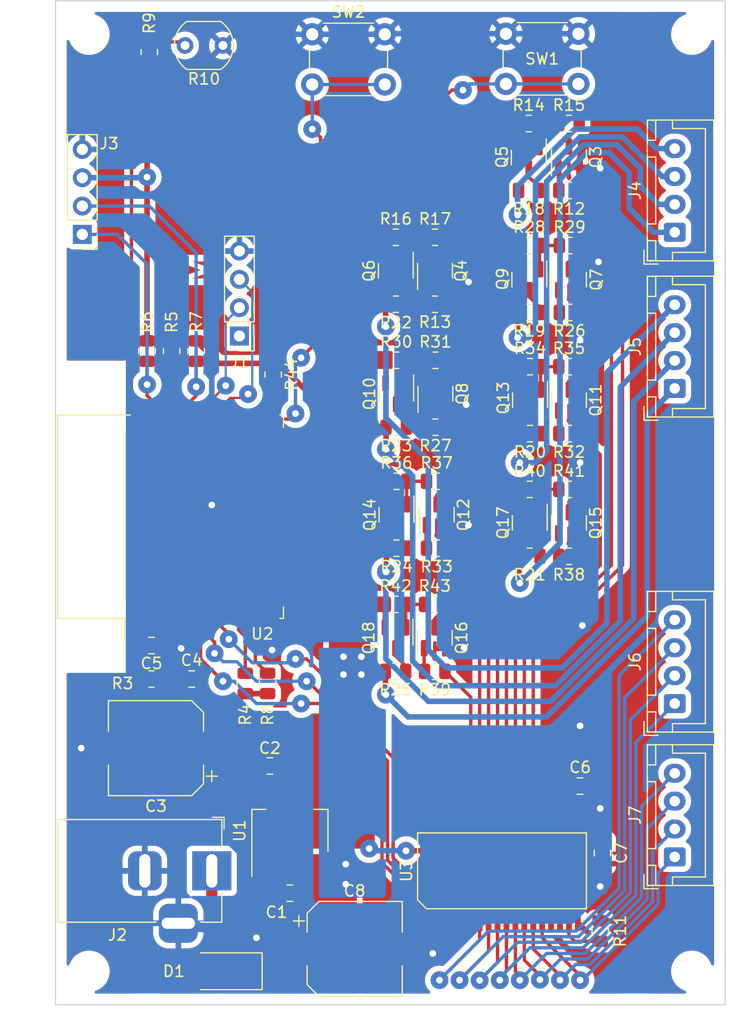
<source format=kicad_pcb>
(kicad_pcb (version 20240108) (generator "pcbnew") (generator_version "8.0")
  (layers (0 "F.Cu" signal) (31 "B.Cu" signal) (34 "B.Paste" user) (35 "F.Paste" user) (36 "B.SilkS" user "B.Silkscreen") (37 "F.SilkS" user "F.Silkscreen") (38 "B.Mask" user) (39 "F.Mask" user) (44 "Edge.Cuts" user))
  (net 0 "")
  (net 1 "+9V")
  (net 2 "GND")
  (net 3 "+3V3")
  (net 4 "/EN")
  (net 5 "Net-(U3-OSC)")
  (net 7 "/USB-")
  (net 8 "/USB+")
  (net 9 "/BUTTON2")
  (net 10 "/SCL")
  (net 11 "/SDA")
  (net 12 "Net-(J4-Pin_1)")
  (net 13 "Net-(J4-Pin_2)")
  (net 14 "Net-(J4-Pin_3)")
  (net 15 "Net-(J4-Pin_4)")
  (net 16 "Net-(J5-Pin_1)")
  (net 17 "Net-(J5-Pin_2)")
  (net 18 "Net-(J5-Pin_3)")
  (net 19 "Net-(J5-Pin_4)")
  (net 20 "/Led Driver/DIG3")
  (net 21 "/Led Driver/DIG2")
  (net 22 "/Led Driver/DIG1")
  (net 23 "/Led Driver/DIG0")
  (net 24 "/Led Driver/DIG7")
  (net 25 "/Led Driver/DIG6")
  (net 26 "/Led Driver/DIG5")
  (net 27 "/Led Driver/DIG4")
  (net 30 "/BOOT_SEL")
  (net 31 "Net-(Q3-B)")
  (net 32 "Net-(Q3-C)")
  (net 33 "Net-(Q4-B)")
  (net 34 "Net-(Q4-C)")
  (net 35 "Net-(Q5-B)")
  (net 36 "/Led Driver/SEG_A_LD")
  (net 37 "Net-(Q6-B)")
  (net 38 "/Led Driver/SEG_E_LD")
  (net 39 "Net-(Q7-B)")
  (net 40 "Net-(Q7-C)")
  (net 41 "Net-(Q8-B)")
  (net 42 "Net-(Q8-C)")
  (net 43 "Net-(Q9-B)")
  (net 44 "/Led Driver/SEG_B_LD")
  (net 45 "Net-(Q10-B)")
  (net 46 "/Led Driver/SEG_F_LD")
  (net 47 "Net-(Q11-B)")
  (net 48 "Net-(Q11-C)")
  (net 49 "Net-(Q12-B)")
  (net 50 "Net-(Q12-C)")
  (net 51 "Net-(Q13-B)")
  (net 52 "/Led Driver/SEG_C_LD")
  (net 53 "Net-(Q14-B)")
  (net 54 "/Led Driver/SEG_G_LD")
  (net 55 "Net-(Q15-B)")
  (net 56 "Net-(Q15-C)")
  (net 57 "Net-(Q16-B)")
  (net 58 "Net-(Q16-C)")
  (net 59 "Net-(Q17-B)")
  (net 60 "/Led Driver/SEG_D_LD")
  (net 61 "Net-(Q18-B)")
  (net 62 "/Led Driver/SEG_DP_LD")
  (net 63 "Net-(U2-IO8)")
  (net 64 "Net-(U2-IO2)")
  (net 65 "/ADC")
  (net 66 "Net-(U3-ISET)")
  (net 67 "/Led Driver/SEG_A")
  (net 68 "/Led Driver/SEG_E")
  (net 69 "/Led Driver/SEG_B")
  (net 70 "/Led Driver/SEG_F")
  (net 71 "/Led Driver/SEG_C")
  (net 72 "/Led Driver/SEG_G")
  (net 73 "/Led Driver/SEG_D")
  (net 74 "/Led Driver/SEG_DP")
  (net 76 "/Led Driver/DIN")
  (net 77 "/Led Driver/CLK")
  (net 78 "/Led Driver/~{CS}")
  (net 90 "/9V_IN")
  (footprint "Resistor_SMD:R_0805_2012Metric" (layer "F.Cu") (at 174.0375 72.225)
    (property "Reference" "R31")
    (property "Value" "1k")
  )
  (footprint "Button_Switch_THT:SW_PUSH_6mm" (layer "F.Cu") (at 180.35 42.95)
    (property "Reference" "SW1")
    (property "Value" "SW_Push")
  )
  (footprint "Resistor_SMD:R_0805_2012Metric" (layer "F.Cu") (at 182.4875 83.8)
    (property "Reference" "R40")
    (property "Value" "10k")
  )
  (footprint "Resistor_SMD:R_0805_2012Metric" (layer "F.Cu") (at 170.4625 94.1125)
    (property "Reference" "R42")
    (property "Value" "10k")
  )
  (footprint "Resistor_SMD:R_0805_2012Metric" (layer "F.Cu") (at 174.15 83.075)
    (property "Reference" "R37")
    (property "Value" "1k")
  )
  (footprint "Resistor_SMD:R_0805_2012Metric" (layer "F.Cu") (at 186 89.8 180)
    (property "Reference" "R38")
    (property "Value" "10k")
  )
  (footprint "Package_TO_SOT_SMD:SOT-23" (layer "F.Cu") (at 182.4 54.0625 -90)
    (property "Reference" "Q5")
    (property "Value" "BC807")
  )
  (footprint "Resistor_SMD:R_0805_2012Metric" (layer "F.Cu") (at 157 101.2 90)
    (property "Reference" "R4")
    (property "Value" "10k")
  )
  (footprint "Resistor_SMD:R_0805_2012Metric" (layer "F.Cu") (at 148.2 71.4 -90)
    (property "Reference" "R6")
    (property "Value" "10k")
  )
  (footprint "Resistor_SMD:R_0805_2012Metric" (layer "F.Cu") (at 186.05 61.9375)
    (property "Reference" "R29")
    (property "Value" "1k")
  )
  (footprint "Resistor_SMD:R_0805_2012Metric" (layer "F.Cu") (at 159.5 73.5 -90)
    (property "Reference" "R44")
    (property "Value" "10k")
  )
  (footprint "Resistor_SMD:R_0805_2012Metric" (layer "F.Cu") (at 174.0375 78.225 180)
    (property "Reference" "R27")
    (property "Value" "10k")
  )
  (footprint "Resistor_SMD:R_0805_2012Metric" (layer "F.Cu") (at 174 61.2)
    (property "Reference" "R17")
    (property "Value" "1k")
  )
  (footprint "Package_TO_SOT_SMD:SOT-23" (layer "F.Cu") (at 170.4625 97.1125 -90)
    (property "Reference" "Q18")
    (property "Value" "BC807")
  )
  (footprint "Resistor_SMD:R_0805_2012Metric" (layer "F.Cu") (at 170.525 78.225 180)
    (property "Reference" "R23")
    (property "Value" "150R")
  )
  (footprint "Resistor_SMD:R_0805_2012Metric" (layer "F.Cu") (at 152.6 71.4 -90)
    (property "Reference" "R7")
    (property "Value" "10k")
  )
  (footprint "Diode_SMD:D_SMA" (layer "F.Cu") (at 155 127 180)
    (property "Reference" "D1")
    (property "Value" "D_Schottky")
  )
  (footprint "MountingHole:MountingHole_3.2mm_M3_DIN965" (layer "F.Cu") (at 143 127)
    (property "Reference" "H1" (hide yes))
    (property "Value" "MountingHole")
  )
  (footprint "Capacitor_SMD:C_0805_2012Metric" (layer "F.Cu") (at 189 116.4 -90)
    (property "Reference" "C7")
    (property "Value" "100n")
  )
  (footprint "Connector_JST:JST_XH_B4B-XH-A_1x04_P2.50mm_Vertical" (layer "F.Cu") (at 195.475 74.75 90)
    (property "Reference" "J5")
    (property "Value" "Conn_01x04_Pin")
  )
  (footprint "Capacitor_SMD:C_0805_2012Metric" (layer "F.Cu") (at 187 110.4)
    (property "Reference" "C6")
    (property "Value" "22p")
  )
  (footprint "Capacitor_SMD:C_0805_2012Metric" (layer "F.Cu") (at 159.2 108.6 180)
    (property "Reference" "C2")
    (property "Value" "100n")
  )
  (footprint "Capacitor_SMD:C_0805_2012Metric" (layer "F.Cu") (at 152.2 100.8)
    (property "Reference" "C4")
    (property "Value" "1u")
  )
  (footprint "Resistor_SMD:R_0805_2012Metric" (layer "F.Cu") (at 159 101.2 90)
    (property "Reference" "R8")
    (property "Value" "10k")
  )
  (footprint "Resistor_SMD:R_0805_2012Metric" (layer "F.Cu") (at 182.4875 89.8 180)
    (property "Reference" "R21")
    (property "Value" "150R")
  )
  (footprint "Resistor_SMD:R_0805_2012Metric" (layer "F.Cu") (at 170.4875 67.2 180)
    (property "Reference" "R22")
    (property "Value" "150R")
  )
  (footprint "Resistor_SMD:R_0805_2012Metric" (layer "F.Cu") (at 170.4625 100.1125 180)
    (property "Reference" "R25")
    (property "Value" "350R")
  )
  (footprint "Resistor_SMD:R_0805_2012Metric" (layer "F.Cu") (at 186 72.8)
    (property "Reference" "R35")
    (property "Value" "1k")
  )
  (footprint "Package_TO_SOT_SMD:SOT-23" (layer "F.Cu") (at 173.975 97.105 90)
    (property "Reference" "Q16")
    (property "Value" "BC817")
  )
  (footprint "Package_TO_SOT_SMD:SOT-23" (layer "F.Cu") (at 186 65 90)
    (property "Reference" "Q7")
    (property "Value" "BC817")
  )
  (footprint "Resistor_SMD:R_0805_2012Metric" (layer "F.Cu") (at 170.4875 61.2)
    (property "Reference" "R16")
    (property "Value" "10k")
  )
  (footprint "Button_Switch_THT:SW_PUSH_6mm" (layer "F.Cu") (at 163 43)
    (property "Reference" "SW2")
    (property "Value" "SW_Push")
  )
  (footprint "Resistor_SMD:R_0805_2012Metric" (layer "F.Cu") (at 173.975 100.1125 180)
    (property "Reference" "R39")
    (property "Value" "10k")
  )
  (footprint "Resistor_SMD:R_0805_2012Metric" (layer "F.Cu") (at 174 67.2)
    (property "Reference" "R13")
    (property "Value" "10k")
  )
  (footprint "Connector_JST:JST_XH_B4B-XH-A_1x04_P2.50mm_Vertical" (layer "F.Cu") (at 195.475 103 90)
    (property "Reference" "J6")
    (property "Value" "Conn_01x04_Pin")
  )
  (footprint "Capacitor_SMD:CP_Elec_8x6.2" (layer "F.Cu") (at 166.8 125)
    (property "Reference" "C8")
    (property "Value" "220u")
  )
  (footprint "Package_TO_SOT_SMD:SOT-23" (layer "F.Cu") (at 182.5125 75.8 -90)
    (property "Reference" "Q13")
    (property "Value" "BC807")
  )
  (footprint "Resistor_SMD:R_0805_2012Metric" (layer "F.Cu") (at 186 78.8 180)
    (property "Reference" "R32")
    (property "Value" "10k")
  )
  (footprint "Fiducial:Fiducial_1.5mm_Mask3mm" (layer "F.Cu") (at 148 128)
    (property "Reference" "FID1" (hide yes))
    (property "Value" "Fiducial")
  )
  (footprint "RF_Module:ESP-WROOM-02" (layer "F.Cu") (at 153.4 86.25 90)
    (property "Reference" "U2")
    (property "Value" "ESP32-C3-WROOM-02")
  )
  (footprint "Package_TO_SOT_SMD:SOT-23" (layer "F.Cu") (at 182.4875 86.8 -90)
    (property "Reference" "Q17")
    (property "Value" "BC807")
  )
  (footprint "Resistor_SMD:R_0805_2012Metric" (layer "F.Cu") (at 186 57 180)
    (property "Reference" "R12")
    (property "Value" "10k")
  )
  (footprint "Resistor_SMD:R_0805_2012Metric" (layer "F.Cu") (at 148.6 100.8 180)
    (property "Reference" "R3")
    (property "Value" "10k")
  )
  (footprint "Package_TO_SOT_SMD:SOT-23" (layer "F.Cu") (at 170.55 86.075 -90)
    (property "Reference" "Q14")
    (property "Value" "BC807")
  )
  (footprint "Package_TO_SOT_SMD:SOT-23" (layer "F.Cu") (at 170.525 75.225 -90)
    (property "Reference" "Q10")
    (property "Value" "BC807")
  )
  (footprint "MountingHole:MountingHole_3.2mm_M3_DIN965" (layer "F.Cu") (at 143 43)
    (property "Reference" "H4" (hide yes))
    (property "Value" "MountingHole")
  )
  (footprint "Resistor_SMD:R_0805_2012Metric" (layer "F.Cu") (at 170.55 83.075)
    (property "Reference" "R36")
    (property "Value" "10k")
  )
  (footprint "Package_TO_SOT_SMD:SOT-23" (layer "F.Cu") (at 186 86.8 90)
    (property "Reference" "Q15")
    (property "Value" "BC817")
  )
  (footprint "Capacitor_SMD:CP_Elec_8x6.2" (layer "F.Cu") (at 149 107 180)
    (property "Reference" "C3")
    (property "Value" "220u")
  )
  (footprint "MountingHole:MountingHole_3.2mm_M3_DIN965" (layer "F.Cu") (at 197 43)
    (property "Reference" "H3" (hide yes))
    (property "Value" "MountingHole")
  )
  (footprint "Resistor_SMD:R_0805_2012Metric" (layer "F.Cu") (at 186 51)
    (property "Reference" "R15")
    (property "Value" "1k")
  )
  (footprint "Resistor_SMD:R_0805_2012Metric" (layer "F.Cu") (at 182.5125 78.8 180)
    (property "Reference" "R20")
    (property "Value" "150R")
  )
  (footprint "Resistor_SMD:R_0805_2012Metric" (layer "F.Cu") (at 170.55 89.075 180)
    (property "Reference" "R24")
    (property "Value" "150R")
  )
  (footprint "Package_TO_SOT_SMD:SOT-23" (layer "F.Cu") (at 174 64.2 90)
    (property "Reference" "Q4")
    (property "Value" "BC817")
  )
  (footprint "Capacitor_SMD:C_0805_2012Metric" (layer "F.Cu") (at 161 120 180)
    (property "Reference" "C1")
    (property "Value" "100n")
  )
  (footprint "Connector_PinHeader_2.54mm:PinHeader_1x04_P2.54mm_Vertical" (layer "F.Cu") (at 156.475 70.05 180)
    (property "Reference" "J1")
    (property "Value" "Conn_01x04_Pin")
  )
  (footprint "Capacitor_SMD:C_0805_2012Metric" (layer "F.Cu") (at 148.6 97.8)
    (property "Reference" "C5")
    (property "Value" "100n")
  )
  (footprint "OptoDevice:R_LDR_5.1x4.3mm_P3.4mm_Vertical" (layer "F.Cu") (at 151.6 44)
    (property "Reference" "R10")
    (property "Value" "LDR07")
  )
  (footprint "Package_TO_SOT_SMD:SOT-23" (layer "F.Cu") (at 182.45 65 -90)
    (property "Reference" "Q9")
    (property "Value" "BC807")
  )
  (footprint "Resistor_SMD:R_0805_2012Metric" (layer "F.Cu") (at 174.15 89.075 180)
    (property "Reference" "R33")
    (property "Value" "10k")
  )
  (footprint "Resistor_SMD:R_0805_2012Metric" (layer "F.Cu") (at 150.4 71.4 -90)
    (property "Reference" "R5")
    (property "Value" "10k")
  )
  (footprint "Resistor_SMD:R_0805_2012Metric" (layer "F.Cu") (at 170.525 72.225)
    (property "Reference" "R30")
    (property "Value" "10k")
  )
  (footprint "Resistor_SMD:R_0805_2012Metric" (layer "F.Cu") (at 188.8 123.4 90)
    (property "Reference" "R11")
    (property "Value" "56k")
  )
  (footprint "Resistor_SMD:R_0805_2012Metric" (layer "F.Cu") (at 182.4 57 180)
    (property "Reference" "R18")
    (property "Value" "150R")
  )
  (footprint "Package_TO_SOT_SMD:SOT-223-3_TabPin2" (layer "F.Cu") (at 161 114.4 90)
    (property "Reference" "U1")
    (property "Value" "LT1117-3.3")
  )
  (footprint "Fiducial:Fiducial_1.5mm_Mask3mm" (layer "F.Cu") (at 192 42)
    (property "Reference" "FID3" (hide yes))
    (property "Value" "Fiducial")
  )
  (footprint "Fiducial:Fiducial_1.5mm_Mask3mm" (layer "F.Cu") (at 192 128)
    (property "Reference" "FID2" (hide yes))
    (property "Value" "Fiducial")
  )
  (footprint "Resistor_SMD:R_0805_2012Metric" (layer "F.Cu") (at 186 83.8)
    (property "Reference" "R41")
    (property "Value" "1k")
  )
  (footprint "Resistor_SMD:R_0805_2012Metric" (layer "F.Cu") (at 182.5125 72.8)
    (property "Reference" "R34")
    (property "Value" "10k")
  )
  (footprint "MountingHole:MountingHole_3.2mm_M3_DIN965" (layer "F.Cu") (at 197 127)
    (property "Reference" "H2" (hide yes))
    (property "Value" "MountingHole")
  )
  (footprint "Package_TO_SOT_SMD:SOT-23" (layer "F.Cu") (at 174.15 86.075 90)
    (property "Reference" "Q12")
    (property "Value" "BC817")
  )
  (footprint "Resistor_SMD:R_0805_2012Metric" (layer "F.Cu") (at 182.45 67.9375 180)
    (property "Reference" "R19")
    (property "Value" "150R")
  )
  (footprint "Package_TO_SOT_SMD:SOT-23" (layer "F.Cu") (at 170.4875 64.2 -90)
    (property "Reference" "Q6")
    (property "Value" "BC807")
  )
  (footprint "Resistor_SMD:R_0805_2012Metric" (layer "F.Cu") (at 173.975 94.1125)
    (property "Reference" "R43")
    (property "Value" "1k")
  )
  (footprint "Connector_BarrelJack:BarrelJack_Horizontal" (layer "F.Cu") (at 154 118)
    (property "Reference" "J2")
    (property "Value" "Barrel_Jack_Switch")
  )
  (footprint "Package_TO_SOT_SMD:SOT-23" (layer "F.Cu") (at 186 75.8 90)
    (property "Reference" "Q11")
    (property "Value" "BC817")
  )
  (footprint "Resistor_SMD:R_0805_2012Metric" (layer "F.Cu") (at 182.45 61.9375)
    (property "Reference" "R28")
    (property "Value" "10k")
  )
  (footprint "Package_TO_SOT_SMD:SOT-23" (layer "F.Cu") (at 186 54 90)
    (property "Reference" "Q3")
    (property "Value" "BC817")
  )
  (footprint "Package_TO_SOT_SMD:SOT-23" (layer "F.Cu") (at 174.0375 75.225 90)
    (property "Reference" "Q8")
    (property "Value" "BC817")
  )
  (footprint "Resistor_SMD:R_0805_2012Metric" (layer "F.Cu") (at 182.4 51)
    (property "Reference" "R14")
    (property "Value" "10k")
  )
  (footprint "Connector_PinHeader_2.54mm:PinHeader_1x04_P2.54mm_Vertical" (layer "F.Cu") (at 142.4 60.94 180)
    (property "Reference" "J3")
    (property "Value" "Conn_01x04")
  )
  (footprint "Connector_JST:JST_XH_B4B-XH-A_1x04_P2.50mm_Vertical" (layer "F.Cu") (at 195.475 60.75 90)
    (property "Reference" "J4")
    (property "Value" "Conn_01x04_Pin")
  )
  (footprint "Connector_JST:JST_XH_B4B-XH-A_1x04_P2.50mm_Vertical" (layer "F.Cu") (at 195.475 116.75 90)
    (property "Reference" "J7")
    (property "Value" "Conn_01x04_Pin")
  )
  (footprint "1_project:SOIC-36" (layer "F.Cu") (at 180 118)
    (property "Reference" "U3")
    (property "Value" "MAX6954")
  )
  (footprint "Resistor_SMD:R_0805_2012Metric" (layer "F.Cu") (at 148.4 44.6 90)
    (property "Reference" "R9")
    (property "Value" "tbd")
  )
  (footprint "Resistor_SMD:R_0805_2012Metric" (layer "F.Cu") (at 186.05 67.9375 180)
    (property "Reference" "R26")
    (property "Value" "10k")
  )
  (gr_line (start 200 130) (end 140 130) (stroke (width 0.1)) (layer "Edge.Cuts"))
  (gr_line (start 140 130) (end 140 40) (stroke (width 0.1)) (layer "Edge.Cuts"))
  (gr_line (start 140 40) (end 200 40) (stroke (width 0.1)) (layer "Edge.Cuts"))
  (gr_line (start 200 40) (end 200 130) (stroke (width 0.1)) (layer "Edge.Cuts"))
  (gr_text "GND\n3V3\nSDA\nSCL" (at 141.4 70.6 0) (layer "F.Cu" knockout) (effects (font (size 1.2 1.2) (thickness 0.3) (bold yes)) (justify left bottom)))
  (gr_text "M.G. 01/25" (at 154.8 65.8 90) (layer "F.Cu" knockout) (effects (font (size 2.8 2.4) (thickness 0.3)) (justify left bottom)))
  (gr_text "GND\nD-\nD+" (at 158.25 68.5 0) (layer "F.Cu" knockout) (effects (font (size 1.5 1.5) (thickness 0.3) (bold yes)) (justify left bottom)))
  (segment (start 163.35 125.4) (end 163.75 125) (width 1) (layer "F.Cu") (net 1))
  (segment (start 169.575 63.225) (end 169.5375 63.2625) (width 0.5) (layer "F.Cu") (net 1))
  (segment (start 161.95 120) (end 161.95 121.35) (width 1) (layer "F.Cu") (net 1))
  (segment (start 181.5375 61.9375) (end 181.5375 64.025) (width 0.5) (layer "F.Cu") (net 1))
  (segment (start 181.6 72.8) (end 181.6 74.825) (width 0.5) (layer "F.Cu") (net 1))
  (segment (start 179.4 72.8) (end 181.6 72.8) (width 1) (layer "F.Cu") (net 1))
  (segment (start 169.575 61.2) (end 167.4 61.2) (width 1) (layer "F.Cu") (net 1))
  (segment (start 179.4 83.6) (end 179.6 83.8) (width 1) (layer "F.Cu") (net 1))
  (segment (start 169.575 61.2) (end 169.575 63.225) (width 0.5) (layer "F.Cu") (net 1))
  (segment (start 169.6125 72.225) (end 169.6125 74.25) (width 0.5) (layer "F.Cu") (net 1))
  (segment (start 181.575 85.825) (end 181.5375 85.8625) (width 0.5) (layer "F.Cu") (net 1))
  (segment (start 169.55 96.1375) (end 169.5125 96.175) (width 0.5) (layer "F.Cu") (net 1))
  (segment (start 169.6 58) (end 177.8 58) (width 1) (layer "F.Cu") (net 1))
  (segment (start 157 127) (end 158.6 127) (width 1) (layer "F.Cu") (net 1))
  (segment (start 158.6 127) (end 160.2 125.4) (width 1) (layer "F.Cu") (net 1))
  (segment (start 179.4 72.8) (end 179.4 83.6) (width 1) (layer "F.Cu") (net 1))
  (segment (start 163.75 125) (end 163.75 123.15) (width 1) (layer "F.Cu") (net 1))
  (segment (start 181.6 74.825) (end 181.5625 74.8625) (width 0.5) (layer "F.Cu") (net 1))
  (segment (start 167.4 83) (end 167.4 72.2) (width 1) (layer "F.Cu") (net 1))
  (segment (start 169.6125 72.225) (end 167.425 72.225) (width 1) (layer "F.Cu") (net 1))
  (segment (start 179.8 51) (end 181.4875 51) (width 1) (layer "F.Cu") (net 1))
  (segment (start 167.475 83.075) (end 167.4 83) (width 1) (layer "F.Cu") (net 1))
  (segment (start 179.4 59.6) (end 179.4 62) (width 1) (layer "F.Cu") (net 1))
  (segment (start 179.6 83.8) (end 181.575 83.8) (width 1) (layer "F.Cu") (net 1))
  (segment (start 181.575 83.8) (end 181.575 85.825) (width 0.5) (layer "F.Cu") (net 1))
  (segment (start 167.4 72.2) (end 167.4 61.2) (width 1) (layer "F.Cu") (net 1))
  (segment (start 167.4 98.8) (end 167.4 94) (width 1) (layer "F.Cu") (net 1))
  (segment (start 167.425 72.225) (end 167.4 72.2) (width 1) (layer "F.Cu") (net 1))
  (segment (start 169.6375 83.075) (end 167.475 83.075) (width 1) (layer "F.Cu") (net 1))
  (segment (start 169.55 94.1125) (end 169.55 96.1375) (width 0.5) (layer "F.Cu") (net 1))
  (segment (start 169.6375 83.075) (end 169.6375 85.1) (width 0.5) (layer "F.Cu") (net 1))
  (segment (start 169.6375 85.1) (end 169.6 85.1375) (width 0.5) (layer "F.Cu") (net 1))
  (segment (start 177.8 58) (end 179.4 59.6) (width 1) (layer "F.Cu") (net 1))
  (segment (start 181.5375 64.025) (end 181.5 64.0625) (width 0.5) (layer "F.Cu") (net 1))
  (segment (start 181.5375 61.9375) (end 179.4625 61.9375) (width 1) (layer "F.Cu") (net 1))
  (segment (start 169.55 94.1125) (end 167.5125 94.1125) (width 1) (layer "F.Cu") (net 1))
  (segment (start 160.2 125.4) (end 163.35 125.4) (width 1) (layer "F.Cu") (net 1))
  (segment (start 167.4 61.2) (end 167.4 60.2) (width 1) (layer "F.Cu") (net 1))
  (segment (start 181.4875 53.0875) (end 181.45 53.125) (width 0.5) (layer "F.Cu") (net 1))
  (segment (start 163.75 121.45) (end 166 119.2) (width 1) (layer "F.Cu") (net 1))
  (segment (start 167.5125 94.1125) (end 167.4 94) (width 1) (layer "F.Cu") (net 1))
  (segment (start 179.4 62) (end 179.4 72.8) (width 1) (layer "F.Cu") (net 1))
  (segment (start 167.4 60.2) (end 169.6 58) (width 1) (layer "F.Cu") (net 1))
  (segment (start 167.4 94) (end 167.4 83) (width 1) (layer "F.Cu") (net 1))
  (segment (start 179.4625 61.9375) (end 179.4 62) (width 1) (layer "F.Cu") (net 1))
  (segment (start 179.8 56) (end 179.8 51) (width 1) (layer "F.Cu") (net 1))
  (segment (start 181.4875 51) (end 181.4875 53.0875) (width 0.5) (layer "F.Cu") (net 1))
  (segment (start 161.95 120) (end 163.3 118.65) (width 0.5) (layer "F.Cu") (net 1))
  (segment (start 163.3 118.65) (end 163.3 117.55) (width 0.5) (layer "F.Cu") (net 1))
  (segment (start 169.6125 74.25) (end 169.575 74.2875) (width 0.5) (layer "F.Cu") (net 1))
  (segment (start 166 119.2) (end 166 117.4) (width 1) (layer "F.Cu") (net 1))
  (segment (start 163.75 123.15) (end 163.75 121.45) (width 1) (layer "F.Cu") (net 1))
  (segment (start 177.8 58) (end 179.8 56) (width 1) (layer "F.Cu") (net 1))
  (segment (start 161.95 121.35) (end 163.75 123.15) (width 1) (layer "F.Cu") (net 1))
  (via (at 166 117.4) (size 1.6) (drill 0.6) (layers "F.Cu" "B.Cu") (net 1))
  (via (at 165.8 98.8) (size 1.6) (drill 0.6) (layers "F.Cu" "B.Cu") (net 1))
  (via (at 166 119.2) (size 1.6) (drill 0.6) (layers "F.Cu" "B.Cu") (net 1))
  (via (at 165.8 100.4) (size 1.6) (drill 0.6) (layers "F.Cu" "B.Cu") (net 1))
  (via (at 167.4 98.8) (size 1.6) (drill 0.6) (layers "F.Cu" "B.Cu") (net 1))
  (via (at 167.4 100.4) (size 1.6) (drill 0.6) (layers "F.Cu" "B.Cu") (net 1))
  (segment (start 167.4 100.4) (end 167.4 98.8) (width 1) (layer "B.Cu") (net 1))
  (segment (start 166 100.6) (end 165.8 100.4) (width 1) (layer "B.Cu") (net 1))
  (segment (start 165.8 100.4) (end 167.4 100.4) (width 1) (layer "B.Cu") (net 1))
  (segment (start 166 117.4) (end 166 100.6) (width 1) (layer "B.Cu") (net 1))
  (segment (start 165.8 100.4) (end 165.8 98.8) (width 1) (layer "B.Cu") (net 1))
  (segment (start 176.9375 65.1375) (end 177 65.2) (width 0.5) (layer "F.Cu") (net 2))
  (segment (start 175.1 87.0125) (end 176.9875 87.0125) (width 0.5) (layer "F.Cu") (net 2))
  (segment (start 187.2 96) (end 187 96.2) (width 0.5) (layer "F.Cu") (net 2))
  (segment (start 185.2 122.65) (end 185.2 121.2) (width 0.5) (layer "F.Cu") (net 2))
  (segment (start 188.8 122.4875) (end 188.8 119.4) (width 0.5) (layer "F.Cu") (net 2))
  (segment (start 151.25 98.25) (end 153.15 100.15) (width 0.5) (layer "F.Cu") (net 2))
  (segment (start 187.875 82.275) (end 187 81.4) (width 0.5) (layer "F.Cu") (net 2))
  (segment (start 186.95 87.7375) (end 186.95 86.79375) (width 0.5) (layer "F.Cu") (net 2))
  (segment (start 187.875 71.275) (end 187 70.4) (width 0.5) (layer "F.Cu") (net 2))
  (segment (start 153.15 100.15) (end 153.15 100.8) (width 0.5) (layer "F.Cu") (net 2))
  (segment (start 142.3 107) (end 145.95 107) (width 1) (layer "F.Cu") (net 2))
  (segment (start 170.25 125.4) (end 173.8 125.4) (width 1) (layer "F.Cu") (net 2))
  (segment (start 176.9875 87.0125) (end 177 87) (width 0.5) (layer "F.Cu") (net 2))
  (segment (start 187 96.2) (end 187 105) (width 0.5) (layer "F.Cu") (net 2))
  (segment (start 159.4 98.2) (end 159.4 95) (width 1) (layer "F.Cu") (net 2))
  (segment (start 169.85 125) (end 170.25 125.4) (width 1) (layer "F.Cu") (net 2))
  (segment (start 151.25 98.05) (end 151 97.8) (width 1) (layer "F.Cu") (net 2))
  (segment (start 151 97.8) (end 149.55 97.8) (width 1) (layer "F.Cu") (net 2))
  (segment (start 188.8 117.55) (end 189 117.35) (width 0.5) (layer "F.Cu") (net 2))
  (segment (start 187.95 110.4) (end 187.95 111.55) (width 0.5) (layer "F.Cu") (net 2))
  (segment (start 158.7 119.25) (end 158.7 117.55) (width 0.5) (layer "F.Cu") (net 2))
  (segment (start 174.9875 76.1625) (end 176.7625 76.1625) (width 0.5) (layer "F.Cu") (net 2))
  (segment (start 174.925 98.0425) (end 176.5575 98.0425) (width 0.5) (layer "F.Cu") (net 2))
  (segment (start 159.45 120) (end 158.7 119.25) (width 0.5) (layer "F.Cu") (net 2))
  (segment (start 176.7625 76.1625) (end 176.8 76.2) (width 0.5) (layer "F.Cu") (net 2))
  (segment (start 185.9 120.5) (end 187 119.4) (width 0.5) (layer "F.Cu") (net 2))
  (segment (start 187 119.4) (end 188.8 119.4) (width 0.5) (layer "F.Cu") (net 2))
  (segment (start 174.95 65.1375) (end 176.9375 65.1375) (width 0.5) (layer "F.Cu") (net 2))
  (segment (start 154.01 85.19) (end 154 85.2) (width 0.5) (layer "F.Cu") (net 2))
  (segment (start 160.05 120) (end 160.05 123.35) (width 1) (layer "F.Cu") (net 2))
  (segment (start 186.8 122.65) (end 186.8 121.4) (width 0.5) (layer "F.Cu") (net 2))
  (segment (start 186.95 75.85) (end 187.875 74.925) (width 0.5) (layer "F.Cu") (net 2))
  (segment (start 187.875 74.925) (end 187.875 71.275) (width 0.5) (layer "F.Cu") (net 2))
  (segment (start 158 124) (end 159.4 124) (width 1) (layer "F.Cu") (net 2))
  (segment (start 186.95 65.9375) (end 186.95 65.1005) (width 0.5) (layer "F.Cu") (net 2))
  (segment (start 187.95 111.55) (end 188.8 112.4) (width 0.5) (layer "F.Cu") (net 2))
  (segment (start 187.875 85.86875) (end 187.875 82.275) (width 0.5) (layer "F.Cu") (net 2))
  (segment (start 154.01 85.15) (end 154.01 85.19) (width 0.5) (layer "F.Cu") (net 2))
  (segment (start 158.7 114.3) (end 158.7 117.55) (width 0.5) (layer "F.Cu") (net 2))
  (segment (start 159.4 124) (end 160.05 123.35) (width 1) (layer "F.Cu") (net 2))
  (segment (start 186.95 76.7375) (end 186.95 75.85) (width 0.5) (layer "F.Cu") (net 2))
  (segment (start 186.95 65.1005) (end 188.6505 63.4) (width 0.5) (layer "F.Cu") (net 2))
  (segment (start 188.8 119.4) (end 188.8 117.55) (width 0.5) (layer "F.Cu") (net 2))
  (segment (start 186.8 121.4) (end 185.9 120.5) (width 0.5) (layer "F.Cu") (net 2))
  (segment (start 185.2 121.2) (end 185.9 120.5) (width 0.5) (layer "F.Cu") (net 2))
  (segment (start 186.95 54.9375) (end 188.7375 54.9375) (width 0.5) (layer "F.Cu") (net 2))
  (segment (start 188.7375 54.9375) (end 188.8 55) (width 0.5) (layer "F.Cu") (net 2))
  (segment (start 158.25 108.6) (end 158.25 113.85) (width 0.5) (layer "F.Cu") (net 2))
  (segment (start 151.25 98.05) (end 151.25 98.25) (width 0.5) (layer "F.Cu") (net 2))
  (segment (start 158.25 113.85) (end 158.7 114.3) (width 0.5) (layer "F.Cu") (net 2))
  (segment (start 160.05 120) (end 159.45 120) (width 0.5) (layer "F.Cu") (net 2))
  (segment (start 186.95 86.79375) (end 187.875 85.86875) (width 0.5) (layer "F.Cu") (net 2))
  (segment (start 176.5575 98.0425) (end 176.6 98) (width 0.5) (layer "F.Cu") (net 2))
  (via (at 187 105) (size 1.6) (drill 0.6) (layers "F.Cu" "B.Cu") (net 2))
  (via (at 176.6 98) (size 1.6) (drill 0.6) (layers "F.Cu" "B.Cu") (net 2))
  (via (at 142.3 107) (size 1.6) (drill 0.6) (layers "F.Cu" "B.Cu") (net 2))
  (via (at 187.2 96) (size 1.6) (drill 0.6) (layers "F.Cu" "B.Cu") (net 2))
  (via (at 177 65.2) (size 1.6) (drill 0.6) (layers "F.Cu" "B.Cu") (net 2))
  (via (at 158 124) (size 1.6) (drill 0.6) (layers "F.Cu" "B.Cu") (net 2))
  (via (at 159.4 98.2) (size 1.6) (drill 0.6) (layers "F.Cu" "B.Cu") (net 2))
  (via (at 187 81.4) (size 1.6) (drill 0.6) (layers "F.Cu" "B.Cu") (net 2))
  (via (at 188.6505 63.4) (size 1.6) (drill 0.6) (layers "F.Cu" "B.Cu") (net 2))
  (via (at 188.8 119.4) (size 1.6) (drill 0.6) (layers "F.Cu" "B.Cu") (net 2))
  (via (at 176.8 76.2) (size 1.6) (drill 0.6) (layers "F.Cu" "B.Cu") (net 2))
  (via (at 188.8 55) (size 1.6) (drill 0.6) (layers "F.Cu" "B.Cu") (net 2))
  (via (at 177 87) (size 1.6) (drill 0.6) (layers "F.Cu" "B.Cu") (net 2))
  (via (at 173.8 125.4) (size 1.6) (drill 0.6) (layers "F.Cu" "B.Cu") (net 2))
  (via (at 188.8 112.4) (size 1.6) (drill 0.6) (layers "F.Cu" "B.Cu") (net 2))
  (via (at 187 70.4) (size 1.6) (drill 0.6) (layers "F.Cu" "B.Cu") (net 2))
  (via (at 151.25 98.05) (size 1.6) (drill 0.6) (layers "F.Cu" "B.Cu") (net 2))
  (via (at 154 85.2) (size 1.6) (drill 0.6) (layers "F.Cu" "B.Cu") (net 2))
  (segment (start 151.75 59) (end 151.75 52.15) (width 0.5) (layer "B.Cu") (net 2))
  (segment (start 148 107) (end 147.48995 107) (width 1) (layer "B.Cu") (net 2))
  (segment (start 188.6505 68.7495) (end 187 70.4) (width 0.5) (layer "B.Cu") (net 2))
  (segment (start 154 85.2) (end 159.4 90.6) (width 0.5) (layer "B.Cu") (net 2))
  (segment (start 187 70.4) (end 187 81.4) (width 0.5) (layer "B.Cu") (net 2))
  (segment (start 159.4 95.65) (end 159.4 98.2) (width 1) (layer "B.Cu") (net 2))
  (segment (start 157.75 94) (end 159.4 95.65) (width 1) (layer "B.Cu") (net 2))
  (segment (start 185.2 98) (end 176.6 98) (width 0.5) (layer "B.Cu") (net 2))
  (segment (start 153 94) (end 157.75 94) (width 1) (layer "B.Cu") (net 2))
  (segment (start 165 121.8) (end 169.4 121.8) (width 1) (layer "B.Cu") (net 2))
  (segment (start 151.6 101.6) (end 151.6 103.4) (width 1) (layer "B.Cu") (net 2))
  (segment (start 173.8 125.4) (end 164.2 125.4) (width 1) (layer "B.Cu") (net 2))
  (segment (start 158 124) (end 158 117.51005) (width 1) (layer "B.Cu") (net 2))
  (segment (start 187 110.6) (end 187 105) (width 0.5) (layer "B.Cu") (net 2))
  (segment (start 188.6505 63.4) (end 188.6505 68.7495) (width 0.5) (layer "B.Cu") (net 2))
  (segment (start 154 123) (end 155 124) (width 1) (layer "B.Cu") (net 2))
  (segment (start 187.2 81.6) (end 187 81.4) (width 0.5) (layer "B.Cu") (net 2))
  (segment (start 151.25 98.05) (end 151.6 98.4) (width 1) (layer "B.Cu") (net 2))
  (segment (start 177 97.6) (end 177 87) (width 0.5) (layer "B.Cu") (net 2))
  (segment (start 163 43) (end 156 43) (width 0.5) (layer "B.Cu") (net 2))
  (segment (start 155 124) (end 158 124) (width 1) (layer "B.Cu") (net 2))
  (segment (start 151 122.7) (end 151.3 123) (width 1) (layer "B.Cu") (net 2))
  (segment (start 164.2 125.4) (end 162.8 124) (width 1) (layer "B.Cu") (net 2))
  (segment (start 162.8 124) (end 165 121.8) (width 1) (layer "B.Cu") (net 2))
  (segment (start 188.6505 55.1495) (end 188.8 55) (width 0.5) (layer "B.Cu") (net 2))
  (segment (start 148.6 52.15) (end 151.75 52.15) (width 0.5) (layer "B.Cu") (net 2))
  (segment (start 176.8 65.4) (end 177 65.2) (width 0.5) (layer "B.Cu") (net 2))
  (segment (start 187.2 96) (end 185.2 98) (width 0.5) (layer "B.Cu") (net 2))
  (segment (start 151.75 52.15) (end 151.75 47.25) (width 0.5) (layer "B.Cu") (net 2))
  (segment (start 151.75 47.25) (end 155 44) (width 0.5) (layer "B.Cu") (net 2))
  (segment (start 151.6 98.4) (end 151.6 101.6) (width 1) (layer "B.Cu") (net 2))
  (segment (start 151.6 95.4) (end 153 94) (width 1) (layer "B.Cu") (net 2))
  (segment (start 151.6 101.6) (end 151.6 95.4) (width 1) (layer "B.Cu") (net 2))
  (segment (start 180.35 42.95) (end 169.55 42.95) (width 0.5) (layer "B.Cu") (net 2))
  (segment (start 151.6 103.4) (end 148 107) (width 1) (layer "B.Cu") (net 2))
  (segment (start 176.8 76.2) (end 176.8 65.4) (width 0.5) (layer "B.Cu") (net 2))
  (segment (start 156 43) (end 155 44) (width 0.5) (layer "B.Cu") (net 2))
  (segment (start 142.4 53.32) (end 147.43 53.32) (width 0.5) (layer "B.Cu") (net 2))
  (segment (start 169.5 43) (end 163 43) (width 0.5) (layer "B.Cu") (net 2))
  (segment (start 154 62.5) (end 154 61.25) (width 0.5) (layer "B.Cu") (net 2))
  (segment (start 154 85.2) (end 154 62.5) (width 0.5) (layer "B.Cu") (net 2))
  (segment (start 151.3 123) (end 154 123) (width 1) (layer "B.Cu") (net 2))
  (segment (start 187.2 96) (end 187.2 81.6) (width 0.5) (layer "B.Cu") (net 2))
  (segment (start 169.4 121.8) (end 171.8 119.4) (width 1) (layer "B.Cu") (net 2))
  (segment (start 156.475 62.43) (end 154.07 62.43) (width 0.5) (layer "B.Cu") (net 2))
  (segment (start 176.6 98) (end 177 97.6) (width 0.5) (layer "B.Cu") (net 2))
  (segment (start 147.48995 107) (end 142.3 107) (width 1) (layer "B.Cu") (net 2))
  (segment (start 158 124) (end 162.8 124) (width 1) (layer "B.Cu") (net 2))
  (segment (start 177 87) (end 177 76.4) (width 0.5) (layer "B.Cu") (net 2))
  (segment (start 188.6505 63.4) (end 188.6505 55.1495) (width 0.5) (layer "B.Cu") (net 2))
  (segment (start 154.07 62.43) (end 154 62.5) (width 0.5) (layer "B.Cu") (net 2))
  (segment (start 154 61.25) (end 151.75 59) (width 0.5) (layer "B.Cu") (net 2))
  (segment (start 171.8 119.4) (end 188.8 119.4) (width 1) (layer "B.Cu") (net 2))
  (segment (start 158 117.51005) (end 147.48995 107) (width 1) (layer "B.Cu") (net 2))
  (segment (start 177 76.4) (end 176.8 76.2) (width 0.5) (layer "B.Cu") (net 2))
  (segment (start 147.43 53.32) (end 148.6 52.15) (width 0.5) (layer "B.Cu") (net 2))
  (segment (start 186.85 42.95) (end 180.35 42.95) (width 0.5) (layer "B.Cu") (net 2))
  (segment (start 188.8 112.4) (end 188.8 119.4) (width 0.5) (layer "B.Cu") (net 2))
  (segment (start 187 110.6) (end 188.8 112.4) (width 0.5) (layer "B.Cu") (net 2))
  (segment (start 169.55 42.95) (end 169.5 43) (width 0.5) (layer "B.Cu") (net 2))
  (segment (start 159.4 90.6) (end 159.4 98.2) (width 0.5) (layer "B.Cu") (net 2))
  (segment (start 148.2 70.4875) (end 148.2 55.8) (width 0.5) (layer "F.Cu") (net 3))
  (segment (start 147.4 94.25) (end 150.45 91.2) (width 0.5) (layer "F.Cu") (net 3))
  (segment (start 148.2 104.6) (end 147.4 103.8) (width 0.5) (layer "F.Cu") (net 3))
  (segment (start 148.2 55.8) (end 148.2 45.7125) (width 0.5) (layer "F.Cu") (net 3))
  (segment (start 150.45 91.2) (end 158.444366 91.2) (width 0.5) (layer "F.Cu") (net 3))
  (segment (start 152.6 70.4875) (end 150.4 70.4875) (width 0.5) (layer "F.Cu") (net 3))
  (segment (start 184.4 116.2) (end 185.2 115.4) (width 0.5) (layer "F.Cu") (net 3))
  (segment (start 152.05 105.45) (end 151.2 104.6) (width 0.5) (layer "F.Cu") (net 3))
  (segment (start 154.6125 72.5) (end 152.6 70.4875) (width 0.5) (layer "F.Cu") (net 3))
  (segment (start 185.2 115.4) (end 186.8 115.4) (width 0.5) (layer "F.Cu") (net 3))
  (segment (start 186.8 115.4) (end 186.8 113.35) (width 0.5) (layer "F.Cu") (net 3))
  (segment (start 157 102.1125) (end 155.8 103.3125) (width 0.5) (layer "F.Cu") (net 3))
  (segment (start 164.2 112) (end 164.2 110.6) (width 0.5) (layer "F.Cu") (net 3))
  (segment (start 164.2 110.6) (end 162.2 108.6) (width 0.5) (layer "F.Cu") (net 3))
  (segment (start 148.2 45.7125) (end 148.4 45.5125) (width 0.5) (layer "F.Cu") (net 3))
  (segment (start 151.2 104.6) (end 148.2 104.6) (width 0.5) (layer "F.Cu") (net 3))
  (segment (start 152.05 107) (end 152.05 105.45) (width 0.5) (layer "F.Cu") (net 3))
  (segment (start 161 111.25) (end 161 117.55) (width 0.5) (layer "F.Cu") (net 3))
  (segment (start 147.4 103.8) (end 147.4 95) (width 0.5) (layer "F.Cu") (net 3))
  (segment (start 155.8 103.3125) (end 155.8 107) (width 0.5) (layer "F.Cu") (net 3))
  (segment (start 152.05 107) (end 155.8 107) (width 0.5) (layer "F.Cu") (net 3))
  (segment (start 185.2 115.4) (end 185.2 113.35) (width 0.5) (layer "F.Cu") (net 3))
  (segment (start 159 102.1125) (end 157 102.1125) (width 0.5) (layer "F.Cu") (net 3))
  (segment (start 160.15 107.55) (end 160.15 108.6) (width 0.5) (layer "F.Cu") (net 3))
  (segment (start 163.2 75.7) (end 160 72.5) (width 0.5) (layer "F.Cu") (net 3))
  (segment (start 159.6 107) (end 160.15 107.55) (width 0.5) (layer "F.Cu") (net 3))
  (segment (start 186.85 115.45) (end 186.8 115.4) (width 0.5) (layer "F.Cu") (net 3))
  (segment (start 160 72.5) (end 154.6125 72.5) (width 0.5) (layer "F.Cu") (net 3))
  (segment (start 160.15 108.6) (end 160.15 110.4) (width 0.5) (layer "F.Cu") (net 3))
  (segment (start 148.2 70.4875) (end 150.4 70.4875) (width 0.5) (layer "F.Cu") (net 3))
  (segment (start 147.4 95) (end 147.4 94.25) (width 0.5) (layer "F.Cu") (net 3))
  (segment (start 160.15 110.4) (end 161 111.25) (width 0.5) (layer "F.Cu") (net 3))
  (segment (start 158.444366 91.2) (end 163.2 86.444366) (width 0.5) (layer "F.Cu") (net 3))
  (segment (start 162.2 108.6) (end 160.15 108.6) (width 0.5) (layer "F.Cu") (net 3))
  (segment (start 155.8 107) (end 159.6 107) (width 0.5) (layer "F.Cu") (net 3))
  (segment (start 168.1005 115.9005) (end 164.2 112) (width 0.5) (layer "F.Cu") (net 3))
  (segment (start 163.2 86.444366) (end 163.2 75.7) (width 0.5) (layer "F.Cu") (net 3))
  (segment (start 189 115.45) (end 186.85 115.45) (width 0.5) (layer "F.Cu") (net 3))
  (segment (start 168.1005 116) (end 168.1005 115.9005) (width 0.5) (layer "F.Cu") (net 3))
  (segment (start 171.4 116.2) (end 184.4 116.2) (width 0.5) (layer "F.Cu") (net 3))
  (via (at 148.2 55.8) (size 1.6) (drill 0.6) (layers "F.Cu" "B.Cu") (net 3))
  (via (at 171.4 116.2) (size 1.6) (drill 0.6) (layers "F.Cu" "B.Cu") (net 3))
  (via (at 168.1005 116) (size 1.6) (drill 0.6) (layers "F.Cu" "B.Cu") (net 3))
  (segment (start 168.3005 116.2) (end 171.4 116.2) (width 0.5) (layer "B.Cu") (net 3))
  (segment (start 168.1005 116) (end 168.3005 116.2) (width 0.5) (layer "B.Cu") (net 3))
  (segment (start 148.14 55.86) (end 148.2 55.8) (width 0.5) (layer "B.Cu") (net 3))
  (segment (start 142.4 55.86) (end 148.14 55.86) (width 0.5) (layer "B.Cu") (net 3))
  (segment (start 148.6 96.4) (end 148.9 96.1) (width 0.3) (layer "F.Cu") (net 4))
  (segment (start 148.9 96.1) (end 148.9 95) (width 0.3) (layer "F.Cu") (net 4))
  (segment (start 148.6 99) (end 148.6 96.4) (width 0.3) (layer "F.Cu") (net 4))
  (segment (start 151.25 100.8) (end 149.5125 100.8) (width 0.3) (layer "F.Cu") (net 4))
  (segment (start 149.5125 99.9125) (end 148.6 99) (width 0.3) (layer "F.Cu") (net 4))
  (segment (start 149.5125 100.8) (end 149.5125 99.9125) (width 0.3) (layer "F.Cu") (net 4))
  (segment (start 186.05 110.4) (end 186.05 113.3) (width 0.3) (layer "F.Cu") (net 5))
  (segment (start 186.05 113.3) (end 186 113.35) (width 0.3) (layer "F.Cu") (net 5))
  (segment (start 157.25 75.25) (end 156.9 75.6) (width 0.2) (layer "F.Cu") (net 7))
  (segment (start 155.65 75.6) (end 154.9 76.35) (width 0.2) (layer "F.Cu") (net 7))
  (segment (start 156.9 75.6) (end 155.65 75.6) (width 0.2) (layer "F.Cu") (net 7))
  (segment (start 154.9 76.35) (end 154.9 77.5) (width 0.2) (layer "F.Cu") (net 7))
  (via (at 157.25 75.25) (size 1.6) (drill 0.6) (layers "F.Cu" "B.Cu") (net 7))
  (segment (start 157.625 66.12) (end 157.625 74.875) (width 0.2) (layer "B.Cu") (net 7))
  (segment (start 157.625 74.875) (end 157.25 75.25) (width 0.2) (layer "B.Cu") (net 7))
  (segment (start 156.475 64.97) (end 157.625 66.12) (width 0.2) (layer "B.Cu") (net 7))
  (segment (start 153.4 76.35) (end 153.4 77.5) (width 0.2) (layer "F.Cu") (net 8))
  (segment (start 155.25 74.5) (end 153.4 76.35) (width 0.2) (layer "F.Cu") (net 8))
  (via (at 155.25 74.5) (size 1.6) (drill 0.6) (layers "F.Cu" "B.Cu") (net 8))
  (segment (start 155.25 68.735) (end 155.25 74.5) (width 0.2) (layer "B.Cu") (net 8))
  (segment (start 156.475 67.51) (end 155.25 68.735) (width 0.2) (layer "B.Cu") (net 8))
  (segment (start 163.75 70.25) (end 163.75 52.25) (width 0.3) (layer "F.Cu") (net 9))
  (segment (start 162 72) (end 163.75 70.25) (width 0.3) (layer "F.Cu") (net 9))
  (segment (start 159.5 77.4) (end 159.4 77.5) (width 0.3) (layer "F.Cu") (net 9))
  (segment (start 159.5 74.4125) (end 159.5 77.4) (width 0.3) (layer "F.Cu") (net 9))
  (segment (start 161 77.5) (end 161.5 77) (width 0.3) (layer "F.Cu") (net 9))
  (segment (start 159.4 77.5) (end 161 77.5) (width 0.3) (layer "F.Cu") (net 9))
  (segment (start 163.75 52.25) (end 163 51.5) (width 0.3) (layer "F.Cu") (net 9))
  (via (at 162 72) (size 1.6) (drill 0.6) (layers "F.Cu" "B.Cu") (net 9))
  (via (at 163 51.5) (size 1.6) (drill 0.6) (layers "F.Cu" "B.Cu") (net 9))
  (via (at 161.5 77) (size 1.6) (drill 0.6) (layers "F.Cu" "B.Cu") (net 9))
  (segment (start 161.5 77) (end 161.5 72.5) (width 0.3) (layer "B.Cu") (net 9))
  (segment (start 161.5 72.5) (end 162 72) (width 0.3) (layer "B.Cu") (net 9))
  (segment (start 163 47.5) (end 169.5 47.5) (width 0.3) (layer "B.Cu") (net 9))
  (segment (start 163 51.5) (end 163 47.5) (width 0.3) (layer "B.Cu") (net 9))
  (segment (start 148.9 76.1) (end 148.9 77.5) (width 0.3) (layer "F.Cu") (net 10))
  (segment (start 148.2 75.4) (end 148.9 76.1) (width 0.3) (layer "F.Cu") (net 10))
  (segment (start 148.2 72.3125) (end 148.2 74.4) (width 0.3) (layer "F.Cu") (net 10))
  (segment (start 148.2 74.4) (end 148.2 75.4) (width 0.3) (layer "F.Cu") (net 10))
  (via (at 148.2 74.4) (size 1.6) (drill 0.6) (layers "F.Cu" "B.Cu") (net 10))
  (segment (start 148.2 63.6) (end 148.2 74.4) (width 0.3) (layer "B.Cu") (net 10))
  (segment (start 145.54 60.94) (end 148.2 63.6) (width 0.3) (layer "B.Cu") (net 10))
  (segment (start 142.4 60.94) (end 145.54 60.94) (width 0.3) (layer "B.Cu") (net 10))
  (segment (start 152.6 75.4) (end 151.9 76.1) (width 0.3) (layer "F.Cu") (net 11))
  (segment (start 152.6 74.6) (end 152.6 75.4) (width 0.3) (layer "F.Cu") (net 11))
  (segment (start 152.6 72.3125) (end 152.6 74.6) (width 0.3) (layer "F.Cu") (net 11))
  (segment (start 151.9 76.1) (end 151.9 77.5) (width 0.3) (layer "F.Cu") (net 11))
  (via (at 152.6 74.6) (size 1.6) (drill 0.6) (layers "F.Cu" "B.Cu") (net 11))
  (segment (start 142.4 58.4) (end 148.4 58.4) (width 0.3) (layer "B.Cu") (net 11))
  (segment (start 152.6 62.6) (end 152.6 74.6) (width 0.3) (layer "B.Cu") (net 11))
  (segment (start 148.4 58.4) (end 152.6 62.6) (width 0.3) (layer "B.Cu") (net 11))
  (segment (start 181.6 89.825) (end 181.575 89.8) (width 0.5) (layer "F.Cu") (net 12))
  (segment (start 181.6 92.2) (end 181.6 89.825) (width 0.5) (layer "F.Cu") (net 12))
  (via (at 181.6 92.2) (size 1.6) (drill 0.6) (layers "F.Cu" "B.Cu") (net 12))
  (segment (start 181.6 92.2) (end 185.2 88.6) (width 0.5) (layer "B.Cu") (net 12))
  (segment (start 189.6 53.6) (end 191.4 55.4) (width 0.5) (layer "B.Cu") (net 12))
  (segment (start 187.6 53.6) (end 189.6 53.6) (width 0.5) (layer "B.Cu") (net 12))
  (segment (start 191.4 58.6) (end 193.55 60.75) (width 0.5) (layer "B.Cu") (net 12))
  (segment (start 193.55 60.75) (end 195.475 60.75) (width 0.5) (layer "B.Cu") (net 12))
  (segment (start 185.2 56) (end 187.6 53.6) (width 0.5) (layer "B.Cu") (net 12))
  (segment (start 185.2 88.6) (end 185.2 56) (width 0.5) (layer "B.Cu") (net 12))
  (segment (start 191.4 55.4) (end 191.4 58.6) (width 0.5) (layer "B.Cu") (net 12))
  (segment (start 181.6 81.4) (end 181.6 78.8) (width 0.5) (layer "F.Cu") (net 13))
  (via (at 181.6 81.4) (size 1.6) (drill 0.6) (layers "F.Cu" "B.Cu") (net 13))
  (segment (start 194.05 58.25) (end 195.475 58.25) (width 0.5) (layer "B.Cu") (net 13))
  (segment (start 181.6 81.4) (end 183 81.4) (width 0.5) (layer "B.Cu") (net 13))
  (segment (start 187.3 52.9) (end 190.3 52.9) (width 0.5) (layer "B.Cu") (net 13))
  (segment (start 184 56.2) (end 187.3 52.9) (width 0.5) (layer "B.Cu") (net 13))
  (segment (start 183 81.4) (end 184 80.4) (width 0.5) (layer "B.Cu") (net 13))
  (segment (start 190.3 52.9) (end 192.4 55) (width 0.5) (layer "B.Cu") (net 13))
  (segment (start 184 80.4) (end 184 56.2) (width 0.5) (layer "B.Cu") (net 13))
  (segment (start 192.4 55) (end 192.4 56.6) (width 0.5) (layer "B.Cu") (net 13))
  (segment (start 192.4 56.6) (end 194.05 58.25) (width 0.5) (layer "B.Cu") (net 13))
  (segment (start 181.4 70.2) (end 181.4 68.075) (width 0.5) (layer "F.Cu") (net 14))
  (segment (start 181.4 68.075) (end 181.5375 67.9375) (width 0.5) (layer "F.Cu") (net 14))
  (via (at 181.4 70.2) (size 1.6) (drill 0.6) (layers "F.Cu" "B.Cu") (net 14))
  (segment (start 183 56.2) (end 187 52.2) (width 0.5) (layer "B.Cu") (net 14))
  (segment (start 182.4 70.2) (end 183 69.6) (width 0.5) (layer "B.Cu") (net 14))
  (segment (start 183 69.6) (end 183 56.2) (width 0.5) (layer "B.Cu") (net 14))
  (segment (start 181.4 70.2) (end 182.4 70.2) (width 0.5) (layer "B.Cu") (net 14))
  (segment (start 190.8 52.2) (end 194.35 55.75) (width 0.5) (layer "B.Cu") (net 14))
  (segment (start 187 52.2) (end 190.8 52.2) (width 0.5) (layer "B.Cu") (net 14))
  (segment (start 194.35 55.75) (end 195.475 55.75) (width 0.5) (layer "B.Cu") (net 14))
  (segment (start 181.4 57.0875) (end 181.4875 57) (width 0.5) (layer "F.Cu") (net 15))
  (segment (start 181.4 59.2) (end 181.4 57.0875) (width 0.5) (layer "F.Cu") (net 15))
  (via (at 181.4 59.2) (size 1.6) (drill 0.6) (layers "F.Cu" "B.Cu") (net 15))
  (segment (start 181.4 59.2) (end 181.4 56.6) (width 0.5) (layer "B.Cu") (net 15))
  (segment (start 193.85 53.25) (end 195.475 53.25) (width 0.5) (layer "B.Cu") (net 15))
  (segment (start 192.1 51.5) (end 193.85 53.25) (width 0.5) (layer "B.Cu") (net 15))
  (segment (start 181.4 56.6) (end 186.5 51.5) (width 0.5) (layer "B.Cu") (net 15))
  (segment (start 186.5 51.5) (end 192.1 51.5) (width 0.5) (layer "B.Cu") (net 15))
  (segment (start 169.55 100.1125) (end 169.55 102.15) (width 0.5) (layer "F.Cu") (net 16))
  (segment (start 169.55 102.15) (end 169.6 102.2) (width 0.5) (layer "F.Cu") (net 16))
  (via (at 169.6 102.2) (size 1.6) (drill 0.6) (layers "F.Cu" "B.Cu") (net 16))
  (segment (start 183.96985 104.2) (end 193 95.16985) (width 0.5) (layer "B.Cu") (net 16))
  (segment (start 193 95.16985) (end 193 77.225) (width 0.5) (layer "B.Cu") (net 16))
  (segment (start 169.6 102.2) (end 171.6 104.2) (width 0.5) (layer "B.Cu") (net 16))
  (segment (start 171.6 104.2) (end 183.96985 104.2) (width 0.5) (layer "B.Cu") (net 16))
  (segment (start 193 77.225) (end 195.475 74.75) (width 0.5) (layer "B.Cu") (net 16))
  (segment (start 169.6375 89.075) (end 169.6375 91.1625) (width 0.5) (layer "F.Cu") (net 17))
  (segment (start 169.6375 91.1625) (end 169.6 91.2) (width 0.5) (layer "F.Cu") (net 17))
  (via (at 169.6 91.2) (size 1.6) (drill 0.6) (layers "F.Cu" "B.Cu") (net 17))
  (segment (start 184.3799 102.8) (end 191.8 95.3799) (width 0.5) (layer "B.Cu") (net 17))
  (segment (start 191.8 95.3799) (end 191.8 75.925) (width 0.5) (layer "B.Cu") (net 17))
  (segment (start 173.4 102.8) (end 184.3799 102.8) (width 0.5) (layer "B.Cu") (net 17))
  (segment (start 191.8 75.925) (end 195.475 72.25) (width 0.5) (layer "B.Cu") (net 17))
  (segment (start 169.6 91.2) (end 169.6 99) (width 0.5) (layer "B.Cu") (net 17))
  (segment (start 169.6 99) (end 173.4 102.8) (width 0.5) (layer "B.Cu") (net 17))
  (segment (start 169.6125 78.225) (end 169.6125 80.1875) (width 0.5) (layer "F.Cu") (net 18))
  (segment (start 169.6125 80.1875) (end 169.6 80.2) (width 0.5) (layer "F.Cu") (net 18))
  (via (at 169.6 80.2) (size 1.6) (drill 0.6) (layers "F.Cu" "B.Cu") (net 18))
  (segment (start 190.6 95.58995) (end 190.6 74.625) (width 0.5) (layer "B.Cu") (net 18))
  (segment (start 172 82.6) (end 172 99.2) (width 0.5) (layer "B.Cu") (net 18))
  (segment (start 169.6 80.2) (end 172 82.6) (width 0.5) (layer "B.Cu") (net 18))
  (segment (start 174.2 101.4) (end 184.78995 101.4) (width 0.5) (layer "B.Cu") (net 18))
  (segment (start 172 99.2) (end 174.2 101.4) (width 0.5) (layer "B.Cu") (net 18))
  (segment (start 184.78995 101.4) (end 190.6 95.58995) (width 0.5) (layer "B.Cu") (net 18))
  (segment (start 190.6 74.625) (end 195.475 69.75) (width 0.5) (layer "B.Cu") (net 18))
  (segment (start 169.575 67.2) (end 169.575 69.175) (width 0.5) (layer "F.Cu") (net 19))
  (segment (start 169.575 69.175) (end 169.6 69.2) (width 0.5) (layer "F.Cu") (net 19))
  (via (at 169.6 69.2) (size 1.6) (drill 0.6) (layers "F.Cu" "B.Cu") (net 19))
  (segment (start 175 99.8) (end 185.4 99.8) (width 0.5) (layer "B.Cu") (net 19))
  (segment (start 189.4 95.8) (end 189.4 73.325) (width 0.5) (layer "B.Cu") (net 19))
  (segment (start 185.4 99.8) (end 189.4 95.8) (width 0.5) (layer "B.Cu") (net 19))
  (segment (start 169.6 69.2) (end 169.6 77.4) (width 0.5) (layer "B.Cu") (net 19))
  (segment (start 189.4 73.325) (end 195.475 67.25) (width 0.5) (layer "B.Cu") (net 19))
  (segment (start 169.6 77.4) (end 173.4 81.2) (width 0.5) (layer "B.Cu") (net 19))
  (segment (start 173.4 98.2) (end 175 99.8) (width 0.5) (layer "B.Cu") (net 19))
  (segment (start 173.4 81.2) (end 173.4 98.2) (width 0.5) (layer "B.Cu") (net 19))
  (segment (start 180.4 127) (end 180.4 122.65) (width 0.3) (layer "F.Cu") (net 20))
  (segment (start 179.8 127.6) (end 180.4 127) (width 0.3) (layer "F.Cu") (net 20))
  (segment (start 179.8 127.8) (end 179.8 127.6) (width 0.3) (layer "F.Cu") (net 20))
  (via (at 179.8 127.8) (size 1.6) (drill 0.6) (layers "F.Cu" "B.Cu") (net 20))
  (segment (start 182.5 124.9) (end 187.271578 124.9) (width 0.3) (layer "B.Cu") (net 20))
  (segment (start 192 106.475) (end 195.475 103) (width 0.3) (layer "B.Cu") (net 20))
  (segment (start 187.271578 124.9) (end 192 120.171576) (width 0.3) (layer "B.Cu") (net 20))
  (segment (start 179.8 127.8) (end 179.8 127.6) (width 0.3) (layer "B.Cu") (net 20))
  (segment (start 192 120.171576) (end 192 106.475) (width 0.3) (layer "B.Cu") (net 20))
  (segment (start 179.8 127.6) (end 182.5 124.9) (width 0.3) (layer "B.Cu") (net 20))
  (segment (start 177.999446 127.814303) (end 179.6 126.213749) (width 0.3) (layer "F.Cu") (net 21))
  (segment (start 179.6 126.213749) (end 179.6 122.65) (width 0.3) (layer "F.Cu") (net 21))
  (via (at 177.999446 127.814303) (size 1.6) (drill 0.6) (layers "F.Cu" "B.Cu") (net 21))
  (segment (start 191.5 119.96447) (end 191.5 104.475) (width 0.3) (layer "B.Cu") (net 21))
  (segment (start 191.5 104.475) (end 195.475 100.5) (width 0.3) (layer "B.Cu") (net 21))
  (segment (start 187.064471 124.4) (end 191.5 119.96447) (width 0.3) (layer "B.Cu") (net 21))
  (segment (start 177.999446 127.800554) (end 181.4 124.4) (width 0.3) (layer "B.Cu") (net 21))
  (segment (start 181.4 124.4) (end 187.064471 124.4) (width 0.3) (layer "B.Cu") (net 21))
  (segment (start 177.999446 127.814303) (end 177.999446 127.800554) (width 0.3) (layer "B.Cu") (net 21))
  (segment (start 178.8 125.2) (end 178.8 122.65) (width 0.3) (layer "F.Cu") (net 22))
  (segment (start 176.2 127.8) (end 178.8 125.2) (width 0.3) (layer "F.Cu") (net 22))
  (via (at 176.2 127.8) (size 1.6) (drill 0.6) (layers "F.Cu" "B.Cu") (net 22))
  (segment (start 176.2 127.8) (end 180.1 123.9) (width 0.3) (layer "B.Cu") (net 22))
  (segment (start 186.857364 123.9) (end 191 119.757364) (width 0.3) (layer "B.Cu") (net 22))
  (segment (start 180.1 123.9) (end 186.857364 123.9) (width 0.3) (layer "B.Cu") (net 22))
  (segment (start 191 119.757364) (end 191 102.475) (width 0.3) (layer "B.Cu") (net 22))
  (segment (start 191 102.475) (end 195.475 98) (width 0.3) (layer "B.Cu") (net 22))
  (segment (start 178 124.2) (end 178 122.65) (width 0.3) (layer "F.Cu") (net 23))
  (segment (start 174.4 127.8) (end 178 124.2) (width 0.3) (layer "F.Cu") (net 23))
  (via (at 174.4 127.8) (size 1.6) (drill 0.6) (layers "F.Cu" "B.Cu") (net 23))
  (segment (start 174.4 127.8) (end 178.8 123.4) (width 0.3) (layer "B.Cu") (net 23))
  (segment (start 190.5 100.475) (end 195.475 95.5) (width 0.3) (layer "B.Cu") (net 23))
  (segment (start 178.8 123.4) (end 186.650258 123.4) (width 0.3) (layer "B.Cu") (net 23))
  (segment (start 186.650258 123.4) (end 190.5 119.550258) (width 0.3) (layer "B.Cu") (net 23))
  (segment (start 190.5 119.550258) (end 190.5 100.475) (width 0.3) (layer "B.Cu") (net 23))
  (segment (start 183.6 124) (end 183.6 122.65) (width 0.3) (layer "F.Cu") (net 24))
  (segment (start 186.997183 127.397183) (end 183.6 124) (width 0.3) (layer "F.Cu") (net 24))
  (segment (start 186.997183 127.801923) (end 186.997183 127.397183) (width 0.3) (layer "F.Cu") (net 24))
  (via (at 186.997183 127.801923) (size 1.6) (drill 0.6) (layers "F.Cu" "B.Cu") (net 24))
  (segment (start 187.198077 127.801923) (end 194 121) (width 0.3) (layer "B.Cu") (net 24))
  (segment (start 194 118.225) (end 195.475 116.75) (width 0.3) (layer "B.Cu") (net 24))
  (segment (start 186.997183 127.801923) (end 187.198077 127.801923) (width 0.3) (layer "B.Cu") (net 24))
  (segment (start 194 121) (end 194 118.225) (width 0.3) (layer "B.Cu") (net 24))
  (segment (start 185.19769 127.796129) (end 185.19769 127.398127) (width 0.3) (layer "F.Cu") (net 25))
  (segment (start 182.8 125.000437) (end 182.8 122.65) (width 0.3) (layer "F.Cu") (net 25))
  (segment (start 185.19769 127.398127) (end 182.8 125.000437) (width 0.3) (layer "F.Cu") (net 25))
  (via (at 185.19769 127.796129) (size 1.6) (drill 0.6) (layers "F.Cu" "B.Cu") (net 25))
  (segment (start 187.892894 126.4) (end 193.5 120.792894) (width 0.3) (layer "B.Cu") (net 25))
  (segment (start 186.593819 126.4) (end 187.892894 126.4) (width 0.3) (layer "B.Cu") (net 25))
  (segment (start 193.5 116.225) (end 195.475 114.25) (width 0.3) (layer "B.Cu") (net 25))
  (segment (start 193.5 120.792894) (end 193.5 116.225) (width 0.3) (layer "B.Cu") (net 25))
  (segment (start 185.19769 127.796129) (end 186.593819 126.4) (width 0.3) (layer "B.Cu") (net 25))
  (segment (start 182 125.999891) (end 182 122.65) (width 0.3) (layer "F.Cu") (net 26))
  (segment (start 183.398555 127.759741) (end 183.398555 127.398446) (width 0.3) (layer "F.Cu") (net 26))
  (segment (start 183.398555 127.398446) (end 182 125.999891) (width 0.3) (layer "F.Cu") (net 26))
  (via (at 183.398555 127.759741) (size 1.6) (drill 0.6) (layers "F.Cu" "B.Cu") (net 26))
  (segment (start 185.258296 125.9) (end 187.68579 125.9) (width 0.3) (layer "B.Cu") (net 26))
  (segment (start 187.68579 125.9) (end 193 120.585788) (width 0.3) (layer "B.Cu") (net 26))
  (segment (start 193 114.225) (end 195.475 111.75) (width 0.3) (layer "B.Cu") (net 26))
  (segment (start 183.398555 127.759741) (end 185.258296 125.9) (width 0.3) (layer "B.Cu") (net 26))
  (segment (start 193 120.585788) (end 193 114.225) (width 0.3) (layer "B.Cu") (net 26))
  (segment (start 181.6 127.4) (end 181.2 127) (width 0.3) (layer "F.Cu") (net 27))
  (segment (start 181.2 127) (end 181.2 122.65) (width 0.3) (layer "F.Cu") (net 27))
  (segment (start 181.599503 127.8) (end 181.6 127.799503) (width 0.3) (layer "F.Cu") (net 27))
  (segment (start 181.6 127.799503) (end 181.6 127.4) (width 0.3) (layer "F.Cu") (net 27))
  (via (at 181.599503 127.8) (size 1.6) (drill 0.6) (layers "F.Cu" "B.Cu") (net 27))
  (segment (start 181.599503 127.8) (end 183.999503 125.4) (width 0.3) (layer "B.Cu") (net 27))
  (segment (start 192.5 112.225) (end 195.475 109.25) (width 0.3) (layer "B.Cu") (net 27))
  (segment (start 192.5 120.378682) (end 192.5 112.225) (width 0.3) (layer "B.Cu") (net 27))
  (segment (start 183.999503 125.4) (end 187.478684 125.4) (width 0.3) (layer "B.Cu") (net 27))
  (segment (start 187.478684 125.4) (end 192.5 120.378682) (width 0.3) (layer "B.Cu") (net 27))
  (segment (start 164.4 59.1) (end 164.4 86.8) (width 0.3) (layer "F.Cu") (net 30))
  (segment (start 157.9 99.1875) (end 157.9 95) (width 0.3) (layer "F.Cu") (net 30))
  (segment (start 157.9 93.3) (end 157.9 95) (width 0.3) (layer "F.Cu") (net 30))
  (segment (start 164.4 86.8) (end 157.9 93.3) (width 0.3) (layer "F.Cu") (net 30))
  (segment (start 175.5 48) (end 164.4 59.1) (width 0.3) (layer "F.Cu") (net 30))
  (segment (start 176.5 48) (end 175.5 48) (width 0.3) (layer "F.Cu") (net 30))
  (segment (start 159 100.2875) (end 157.9 99.1875) (width 0.3) (layer "F.Cu") (net 30))
  (via (at 176.5 48) (size 1.6) (drill 0.6) (layers "F.Cu" "B.Cu") (net 30))
  (segment (start 176.5 48) (end 177.05 47.45) (width 0.3) (layer "B.Cu") (net 30))
  (segment (start 177.05 47.45) (end 180.35 47.45) (width 0.3) (layer "B.Cu") (net 30))
  (segment (start 180.35 47.45) (end 186.85 47.45) (width 0.3) (layer "B.Cu") (net 30))
  (segment (start 185.05 54.9375) (end 185.05 56.9625) (width 0.3) (layer "F.Cu") (net 31))
  (segment (start 185.05 56.9625) (end 185.0875 57) (width 0.3) (layer "F.Cu") (net 31))
  (segment (start 186.9125 51.2875) (end 186 52.2) (width 0.3) (layer "F.Cu") (net 32))
  (segment (start 186.9125 51) (end 186.9125 51.2875) (width 0.3) (layer "F.Cu") (net 32))
  (segment (start 186 52.2) (end 186 53.0625) (width 0.3) (layer "F.Cu") (net 32))
  (segment (start 173.05 65.1375) (end 173.05 67.1625) (width 0.3) (layer "F.Cu") (net 33))
  (segment (start 173.05 67.1625) (end 173.0875 67.2) (width 0.3) (layer "F.Cu") (net 33))
  (segment (start 174 62.4875) (end 174 63.2625) (width 0.3) (layer "F.Cu") (net 34))
  (segment (start 174.9125 61.2) (end 174.9125 61.575) (width 0.3) (layer "F.Cu") (net 34))
  (segment (start 174.9125 61.575) (end 174 62.4875) (width 0.3) (layer "F.Cu") (net 34))
  (segment (start 183.35 51.0375) (end 183.3125 51) (width 0.3) (layer "F.Cu") (net 35))
  (segment (start 183.35 53.125) (end 183.35 51.0375) (width 0.3) (layer "F.Cu") (net 35))
  (segment (start 185.0875 51) (end 183.3125 51) (width 0.3) (layer "F.Cu") (net 35))
  (segment (start 182.4 55.8) (end 182.4 55) (width 0.3) (layer "F.Cu") (net 36))
  (segment (start 183.3125 56.7125) (end 182.4 55.8) (width 0.3) (layer "F.Cu") (net 36))
  (segment (start 183.3125 57) (end 183.3125 56.7125) (width 0.3) (layer "F.Cu") (net 36))
  (segment (start 173.0875 61.2) (end 171.4 61.2) (width 0.3) (layer "F.Cu") (net 37))
  (segment (start 171.4 63.225) (end 171.4375 63.2625) (width 0.3) (layer "F.Cu") (net 37))
  (segment (start 171.4 61.2) (end 171.4 63.225) (width 0.3) (layer "F.Cu") (net 37))
  (segment (start 171.4 67.2) (end 171.4 66.9125) (width 0.3) (layer "F.Cu") (net 38))
  (segment (start 171.4 66.9125) (end 170.4875 66) (width 0.3) (layer "F.Cu") (net 38))
  (segment (start 170.4875 66) (end 170.4875 65.1375) (width 0.3) (layer "F.Cu") (net 38))
  (segment (start 185.05 67.85) (end 185.1375 67.9375) (width 0.3) (layer "F.Cu") (net 39))
  (segment (start 185.05 65.9375) (end 185.05 67.85) (width 0.3) (layer "F.Cu") (net 39))
  (segment (start 186 64.0625) (end 186 63.3875) (width 0.3) (layer "F.Cu") (net 40))
  (segment (start 186.9625 62.425) (end 186.9625 61.9375) (width 0.3) (layer "F.Cu") (net 40))
  (segment (start 186 63.3875) (end 186.9625 62.425) (width 0.3) (layer "F.Cu") (net 40))
  (segment (start 173.0875 78.1875) (end 173.125 78.225) (width 0.3) (layer "F.Cu") (net 41))
  (segment (start 173.0875 76.1625) (end 173.0875 78.1875) (width 0.3) (layer "F.Cu") (net 41))
  (segment (start 174.0375 74.2875) (end 174.0375 73.5125) (width 0.3) (layer "F.Cu") (net 42))
  (segment (start 174.95 72.6) (end 174.95 72.225) (width 0.3) (layer "F.Cu") (net 42))
  (segment (start 174.0375 73.5125) (end 174.95 72.6) (width 0.3) (layer "F.Cu") (net 42))
  (segment (start 183.3625 61.9375) (end 183.3625 64.025) (width 0.3) (layer "F.Cu") (net 43))
  (segment (start 183.3625 64.025) (end 183.4 64.0625) (width 0.3) (layer "F.Cu") (net 43))
  (segment (start 183.3625 61.9375) (end 185.1375 61.9375) (width 0.3) (layer "F.Cu") (net 43))
  (segment (start 182.45 66.5375) (end 183.3625 67.45) (width 0.3) (layer "F.Cu") (net 44))
  (segment (start 182.45 65.9375) (end 182.45 66.5375) (width 0.3) (layer "F.Cu") (net 44))
  (segment (start 183.3625 67.45) (end 183.3625 67.9375) (width 0.3) (layer "F.Cu") (net 44))
  (segment (start 171.4375 74.25) (end 171.475 74.2875) (width 0.3) (layer "F.Cu") (net 45))
  (segment (start 173.125 72.225) (end 171.4375 72.225) (width 0.3) (layer "F.Cu") (net 45))
  (segment (start 171.4375 72.225) (end 171.4375 74.25) (width 0.3) (layer "F.Cu") (net 45))
  (segment (start 170.525 76.1625) (end 170.525 76.825) (width 0.3) (layer "F.Cu") (net 46))
  (segment (start 171.4375 77.7375) (end 171.4375 78.225) (width 0.3) (layer "F.Cu") (net 46))
  (segment (start 170.525 76.825) (end 171.4375 77.7375) (width 0.3) (layer "F.Cu") (net 46))
  (segment (start 185.05 78.7625) (end 185.0875 78.8) (width 0.3) (layer "F.Cu") (net 47))
  (segment (start 185.05 76.7375) (end 185.05 78.7625) (width 0.3) (layer "F.Cu") (net 47))
  (segment (start 186.9125 73.175) (end 186 74.0875) (width 0.3) (layer "F.Cu") (net 48))
  (segment (start 186 74.0875) (end 186 74.8625) (width 0.3) (layer "F.Cu") (net 48))
  (segment (start 186.9125 72.8) (end 186.9125 73.175) (width 0.3) (layer "F.Cu") (net 48))
  (segment (start 173.2 87.0125) (end 173.2 89.0375) (width 0.3) (layer "F.Cu") (net 49))
  (segment (start 173.2 89.0375) (end 173.2375 89.075) (width 0.3) (layer "F.Cu") (net 49))
  (segment (start 174.15 85.1375) (end 174.15 84.33125) (width 0.3) (layer "F.Cu") (net 50))
  (segment (start 175.0625 83.41875) (end 175.0625 83.075) (width 0.3) (layer "F.Cu") (net 50))
  (segment (start 174.15 84.33125) (end 175.0625 83.41875) (width 0.3) (layer "F.Cu") (net 50))
  (segment (start 183.4625 74.8625) (end 183.4625 72.8375) (width 0.3) (layer "F.Cu") (net 51))
  (segment (start 183.4625 72.8375) (end 183.425 72.8) (width 0.3) (layer "F.Cu") (net 51))
  (segment (start 185.0875 72.8) (end 183.425 72.8) (width 0.3) (layer "F.Cu") (net 51))
  (segment (start 183.425 78.5125) (end 182.5125 77.6) (width 0.3) (layer "F.Cu") (net 52))
  (segment (start 182.5125 77.6) (end 182.5125 76.7375) (width 0.3) (layer "F.Cu") (net 52))
  (segment (start 183.425 78.8) (end 183.425 78.5125) (width 0.3) (layer "F.Cu") (net 52))
  (segment (start 171.4625 83.075) (end 171.4625 85.1) (width 0.3) (layer "F.Cu") (net 53))
  (segment (start 173.2375 83.075) (end 171.4625 83.075) (width 0.3) (layer "F.Cu") (net 53))
  (segment (start 171.4625 85.1) (end 171.5 85.1375) (width 0.3) (layer "F.Cu") (net 53))
  (segment (start 171.4625 88.7875) (end 170.55 87.875) (width 0.3) (layer "F.Cu") (net 54))
  (segment (start 170.55 87.875) (end 170.55 87.0125) (width 0.3) (layer "F.Cu") (net 54))
  (segment (start 171.4625 89.075) (end 171.4625 88.7875) (width 0.3) (layer "F.Cu") (net 54))
  (segment (start 185.05 89.7625) (end 185.0875 89.8) (width 0.3) (layer "F.Cu") (net 55))
  (segment (start 185.05 87.7375) (end 185.05 89.7625) (width 0.3) (layer "F.Cu") (net 55))
  (segment (start 186.9125 83.975) (end 186 84.8875) (width 0.3) (layer "F.Cu") (net 56))
  (segment (start 186 84.8875) (end 186 85.8625) (width 0.3) (layer "F.Cu") (net 56))
  (segment (start 186.9125 83.8) (end 186.9125 83.975) (width 0.3) (layer "F.Cu") (net 56))
  (segment (start 173.025 98.0425) (end 173.025 100.075) (width 0.3) (layer "F.Cu") (net 57))
  (segment (start 173.025 100.075) (end 173.0625 100.1125) (width 0.3) (layer "F.Cu") (net 57))
  (segment (start 174.8875 94.1125) (end 174.8875 94.4875) (width 0.3) (layer "F.Cu") (net 58))
  (segment (start 173.975 95.4) (end 173.975 96.1675) (width 0.3) (layer "F.Cu") (net 58))
  (segment (start 174.8875 94.4875) (end 173.975 95.4) (width 0.3) (layer "F.Cu") (net 58))
  (segment (start 183.4 83.8) (end 183.4 85.825) (width 0.3) (layer "F.Cu") (net 59))
  (segment (start 183.4 85.825) (end 183.4375 85.8625) (width 0.3) (layer "F.Cu") (net 59))
  (segment (start 185.0875 83.8) (end 183.4 83.8) (width 0.3) (layer "F.Cu") (net 59))
  (segment (start 183.4 89.8) (end 183.4 89.7125) (width 0.3) (layer "F.Cu") (net 60))
  (segment (start 183.4 89.7125) (end 182.4875 88.8) (width 0.3) (layer "F.Cu") (net 60))
  (segment (start 182.4875 88.8) (end 182.4875 87.7375) (width 0.3) (layer "F.Cu") (net 60))
  (segment (start 171.375 94.1125) (end 171.375 96.1375) (width 0.3) (layer "F.Cu") (net 61))
  (segment (start 171.375 94.1125) (end 173.0625 94.1125) (width 0.3) (layer "F.Cu") (net 61))
  (segment (start 171.375 96.1375) (end 171.4125 96.175) (width 0.3) (layer "F.Cu") (net 61))
  (segment (start 171.375 99.625) (end 170.4625 98.7125) (width 0.3) (layer "F.Cu") (net 62))
  (segment (start 171.375 100.1125) (end 171.375 99.625) (width 0.3) (layer "F.Cu") (net 62))
  (segment (start 170.4625 98.7125) (end 170.4625 98.05) (width 0.3) (layer "F.Cu") (net 62))
  (segment (start 156.4 96.4) (end 156.4 95) (width 0.3) (layer "F.Cu") (net 63))
  (segment (start 157 97) (end 156.4 96.4) (width 0.3) (layer "F.Cu") (net 63))
  (segment (start 157 100.2875) (end 157 97) (width 0.3) (layer "F.Cu") (net 63))
  (segment (start 150.4 72.3125) (end 150.4 77.5) (width 0.3) (layer "F.Cu") (net 64))
  (segment (start 146.8 75.2) (end 147.4 75.8) (width 0.3) (layer "F.Cu") (net 65))
  (segment (start 148.4 43.6875) (end 151.2875 43.6875) (width 0.3) (layer "F.Cu") (net 65))
  (segment (start 148.4 43.6875) (end 147.9125 43.6875) (width 0.3) (layer "F.Cu") (net 65))
  (segment (start 151.2875 43.6875) (end 151.6 44) (width 0.3) (layer "F.Cu") (net 65))
  (segment (start 146.8 44.8) (end 146.8 75.2) (width 0.3) (layer "F.Cu") (net 65))
  (segment (start 147.4 75.8) (end 147.4 77.5) (width 0.3) (layer "F.Cu") (net 65))
  (segment (start 147.9125 43.6875) (end 146.8 44.8) (width 0.3) (layer "F.Cu") (net 65))
  (segment (start 186.5125 124.3125) (end 188.8 124.3125) (width 0.3) (layer "F.Cu") (net 66))
  (segment (start 186 122.65) (end 186 123.8) (width 0.3) (layer "F.Cu") (net 66))
  (segment (start 186 123.8) (end 186.5125 124.3125) (width 0.3) (layer "F.Cu") (net 66))
  (segment (start 190.8 90.6) (end 190.8 60.8875) (width 0.3) (layer "F.Cu") (net 67))
  (segment (start 182.8 113.35) (end 182.8 98.6) (width 0.3) (layer "F.Cu") (net 67))
  (segment (start 182.8 98.6) (end 190.8 90.6) (width 0.3) (layer "F.Cu") (net 67))
  (segment (start 190.8 60.8875) (end 186.9125 57) (width 0.3) (layer "F.Cu") (net 67))
  (segment (start 178 70.2875) (end 174.9125 67.2) (width 0.3) (layer "F.Cu") (net 68))
  (segment (start 179.6 113.35) (end 179.6 86.6) (width 0.3) (layer "F.Cu") (net 68))
  (segment (start 179.6 86.6) (end 178 85) (width 0.3) (layer "F.Cu") (net 68))
  (segment (start 178 85) (end 178 70.2875) (width 0.3) (layer "F.Cu") (net 68))
  (segment (start 189.8 90.6) (end 189.8 70.775) (width 0.3) (layer "F.Cu") (net 69))
  (segment (start 182 98.4) (end 189.8 90.6) (width 0.3) (layer "F.Cu") (net 69))
  (segment (start 189.8 70.775) (end 186.9625 67.9375) (width 0.3) (layer "F.Cu") (net 69))
  (segment (start 182 113.35) (end 182 98.4) (width 0.3) (layer "F.Cu") (net 69))
  (segment (start 178.8 113.35) (end 178.8 86.6) (width 0.3) (layer "F.Cu") (net 70))
  (segment (start 177.2 85) (end 177.2 80.475) (width 0.3) (layer "F.Cu") (net 70))
  (segment (start 178.8 86.6) (end 177.2 85) (width 0.3) (layer "F.Cu") (net 70))
  (segment (start 177.2 80.475) (end 174.95 78.225) (width 0.3) (layer "F.Cu") (net 70))
  (segment (start 188.8 90.6) (end 188.8 80.6875) (width 0.3) (layer "F.Cu") (net 71))
  (segment (start 188.8 80.6875) (end 186.9125 78.8) (width 0.3) (layer "F.Cu") (net 71))
  (segment (start 181.2 98.2) (end 188.8 90.6) (width 0.3) (layer "F.Cu") (net 71))
  (segment (start 181.2 113.35) (end 181.2 98.2) (width 0.3) (layer "F.Cu") (net 71))
  (segment (start 178 92.0125) (end 175.0625 89.075) (width 0.3) (layer "F.Cu") (net 72))
  (segment (start 178 113.35) (end 178 92.0125) (width 0.3) (layer "F.Cu") (net 72))
  (segment (start 186.9125 89.8) (end 186.9125 91.4875) (width 0.3) (layer "F.Cu") (net 73))
  (segment (start 186.9125 91.4875) (end 180.4 98) (width 0.3) (layer "F.Cu") (net 73))
  (segment (start 180.4 98) (end 180.4 113.35) (width 0.3) (layer "F.Cu") (net 73))
  (segment (start 177.2 102.425) (end 177.2 113.35) (width 0.3) (layer "F.Cu") (net 74))
  (segment (start 174.8875 100.1125) (end 177.2 102.425) (width 0.3) (layer "F.Cu") (net 74))
  (segment (start 164.2 100.7) (end 164.2 101.8) (width 0.3) (layer "F.Cu") (net 76))
  (segment (start 154.9 96.15) (end 154.9 95) (width 0.3) (layer "F.Cu") (net 76))
  (segment (start 177.2 120.8) (end 177.2 122.65) (width 0.3) (layer "F.Cu") (net 76))
  (segment (start 155.522794 96.772794) (end 154.9 96.15) (width 0.3) (layer "F.Cu") (net 76))
  (segment (start 164.2 101.8) (end 170.25 107.85) (width 0.3) (layer "F.Cu") (net 76))
  (segment (start 155.522794 97.227206) (end 155.522794 96.772794) (width 0.3) (layer "F.Cu") (net 76))
  (segment (start 161.5 99) (end 162.5 99) (width 0.3) (layer "F.Cu") (net 76))
  (segment (start 172.8 119.4) (end 175.8 119.4) (width 0.3) (layer "F.Cu") (net 76))
  (segment (start 175.8 119.4) (end 177.2 120.8) (width 0.3) (layer "F.Cu") (net 76))
  (segment (start 170.25 116.85) (end 172.8 119.4) (width 0.3) (layer "F.Cu") (net 76))
  (segment (start 170.25 107.85) (end 170.25 116.85) (width 0.3) (layer "F.Cu") (net 76))
  (segment (start 162.5 99) (end 164.2 100.7) (width 0.3) (layer "F.Cu") (net 76))
  (via (at 155.522794 97.227206) (size 1.6) (drill 0.6) (layers "F.Cu" "B.Cu") (net 76))
  (via (at 161.5 99) (size 1.6) (drill 0.6) (layers "F.Cu" "B.Cu") (net 76))
  (segment (start 157.645588 99.35) (end 155.522794 97.227206) (width 0.3) (layer "B.Cu") (net 76))
  (segment (start 161.5 99) (end 161.15 99.35) (width 0.3) (layer "B.Cu") (net 76))
  (segment (start 161.15 99.35) (end 157.645588 99.35) (width 0.3) (layer "B.Cu") (net 76))
  (segment (start 169.75 117.057106) (end 172.692894 120) (width 0.3) (layer "F.Cu") (net 77))
  (segment (start 153.4 96.65) (end 153.4 95) (width 0.3) (layer "F.Cu") (net 77))
  (segment (start 176.4 121.4) (end 176.4 122.65) (width 0.3) (layer "F.Cu") (net 77))
  (segment (start 169.75 108.15) (end 169.75 117.057106) (width 0.3) (layer "F.Cu") (net 77))
  (segment (start 154.25 97.5) (end 153.4 96.65) (width 0.3) (layer "F.Cu") (net 77))
  (segment (start 162.6 101) (end 169.75 108.15) (width 0.3) (layer "F.Cu") (net 77))
  (segment (start 154.25 98.5) (end 154.25 97.5) (width 0.3) (layer "F.Cu") (net 77))
  (segment (start 162.6 101) (end 162.5 101) (width 0.3) (layer "F.Cu") (net 77))
  (segment (start 175 120) (end 176.4 121.4) (width 0.3) (layer "F.Cu") (net 77))
  (segment (start 172.692894 120) (end 175 120) (width 0.3) (layer "F.Cu") (net 77))
  (via (at 162.5 101) (size 1.6) (drill 0.6) (layers "F.Cu" "B.Cu") (net 77))
  (via (at 154.25 98.5) (size 1.6) (drill 0.6) (layers "F.Cu" "B.Cu") (net 77))
  (segment (start 155 99.25) (end 156.25 99.25) (width 0.3) (layer "B.Cu") (net 77))
  (segment (start 158 101) (end 162.5 101) (width 0.3) (layer "B.Cu") (net 77))
  (segment (start 154.25 98.5) (end 155 99.25) (width 0.3) (layer "B.Cu") (net 77))
  (segment (start 156.25 99.25) (end 158 101) (width 0.3) (layer "B.Cu") (net 77))
  (segment (start 172.485788 120.5) (end 169.25 117.264212) (width 0.3) (layer "F.Cu") (net 78))
  (segment (start 163.6 103) (end 162 103) (width 0.3) (layer "F.Cu") (net 78))
  (segment (start 153 97.586827) (end 151.9 96.486827) (width 0.3) (layer "F.Cu") (net 78))
  (segment (start 174.8 121.6) (end 173.7 120.5) (width 0.3) (layer "F.Cu") (net 78))
  (segment (start 173.7 120.5) (end 172.485788 120.5) (width 0.3) (layer "F.Cu") (net 78))
  (segment (start 153 99) (end 153 97.586827) (width 0.3) (layer "F.Cu") (net 78))
  (segment (start 174.8 122.65) (end 174.8 121.6) (width 0.3) (layer "F.Cu") (net 78))
  (segment (start 151.9 96.486827) (end 151.9 95) (width 0.3) (layer "F.Cu") (net 78))
  (segment (start 155 101) (end 153 99) (width 0.3) (layer "F.Cu") (net 78))
  (segment (start 169.25 108.65) (end 163.6 103) (width 0.3) (layer "F.Cu") (net 78))
  (segment (start 169.25 117.264212) (end 169.25 108.65) (width 0.3) (layer "F.Cu") (net 78))
  (via (at 162 103) (size 1.6) (drill 0.6) (layers "F.Cu" "B.Cu") (net 78))
  (via (at 155 101) (size 1.6) (drill 0.6) (layers "F.Cu" "B.Cu") (net 78))
  (segment (start 158 103) (end 162 103) (width 0.3) (layer "B.Cu") (net 78))
  (segment (start 155 101) (end 156 101) (width 0.3) (layer "B.Cu") (net 78))
  (segment (start 156 101) (end 158 103) (width 0.3) (layer "B.Cu") (net 78))
  (segment (start 153 126) (end 153 127) (width 1) (layer "F.Cu") (net 90))
  (segment (start 154 118) (end 154 125) (width 1) (layer "F.Cu") (net 90))
  (segment (start 154 125) (end 153 126) (width 1) (layer "F.Cu") (net 90))
  (zone (net 1) (net_name "+9V") (layer "F.Cu") (priority 2) (connect_pads yes (clearance 0.5)) (min_thickness 0.25) (fill yes (thermal_gap 0.5) (thermal_bridge_width 0.5))
    (polygon (pts (xy 180.4 87.2) (xy 180.4 84.6) (xy 182 84.6) (xy 182 83) (xy 180.4 83) (xy 180.4 73.6) (xy 182 73.6) (xy 182 72) (xy 180.4 72) (xy 180.4 62.8) (xy 182 62.8) (xy 182 61) (xy 180.4 61) (xy 180.4 51.8) (xy 182 51.8) (xy 182 50.2) (xy 177.2 50.2) (xy 177.2 69.4) (xy 178 70.2) (xy 178 87.2)))
  )
  (zone (net 3) (net_name "+3V3") (layer "F.Cu") (priority 2) (connect_pads (clearance 0.5)) (min_thickness 0.25) (fill yes (thermal_gap 0.5) (thermal_bridge_width 0.5))
    (polygon (pts (xy 162 118.5) (xy 162 116) (xy 169.6 116) (xy 169.6 108.8) (xy 164.6 103.9) (xy 150.2 103.8) (xy 150.2 108.2) (xy 156 108.2) (xy 156 107.4) (xy 159.2 107.4) (xy 159.2 109.4) (xy 159 109.8) (xy 159 112.4) (xy 160 112.4) (xy 160 118.5)))
  )
  (zone (net 1) (net_name "+9V") (layer "F.Cu") (priority 1) (connect_pads (clearance 0.5)) (min_thickness 0.25) (fill yes (thermal_gap 0.5) (thermal_bridge_width 0.5))
    (polygon (pts (xy 155 130) (xy 167 130) (xy 167 116.4) (xy 162.2 116.4) (xy 162.2 119) (xy 160 119) (xy 160 124) (xy 155 124)))
  )
  (zone (net 1) (net_name "+9V") (layer "F.Cu") (priority 1) (connect_pads yes (clearance 0.5)) (min_thickness 0.25) (fill yes (thermal_gap 0.5) (thermal_bridge_width 0.5))
    (polygon (pts (xy 170 60.4) (xy 164.4 60.4) (xy 164.5 102.3) (xy 168.2 105.8) (xy 168.2 94.8) (xy 170 94.8) (xy 170 93.4) (xy 168.2 93.4) (xy 168.2 83.8) (xy 170.2 83.8) (xy 170.2 82.2) (xy 168.2 82.2) (xy 168.2 73) (xy 170.2 73) (xy 170.2 71.4) (xy 168.2 71.4) (xy 168.2 62) (xy 170 62)))
  )
  (zone (net 1) (net_name "+9V") (layer "F.Cu") (priority 1) (connect_pads yes (clearance 0.5)) (min_thickness 0.25) (fill yes (thermal_gap 0.5) (thermal_bridge_width 0.5))
    (polygon (pts (xy 164.6 60.8) (xy 170 60.8) (xy 170 60.4) (xy 177.8 60.4) (xy 177.8 50.25) (xy 173.5 50.25) (xy 164.6 59.2)))
  )
  (zone (net 2) (net_name "GND") (layers "F&B.Cu") (connect_pads (clearance 0.5)) (min_thickness 0.25) (fill yes (thermal_gap 0.5) (thermal_bridge_width 0.5))
    (polygon (pts (xy 140 40) (xy 200 40) (xy 200 130) (xy 140 130)))
  )
  (zone (net 1) (net_name "+9V") (layer "B.Cu") (priority 1) (connect_pads yes (clearance 0.5)) (min_thickness 0.25) (fill yes (thermal_gap 0.5) (thermal_bridge_width 0.5))
    (polygon (pts (xy 163.6 98) (xy 163.6 120.4) (xy 169.6 120.4) (xy 169.6 98)))
  )
)
</source>
